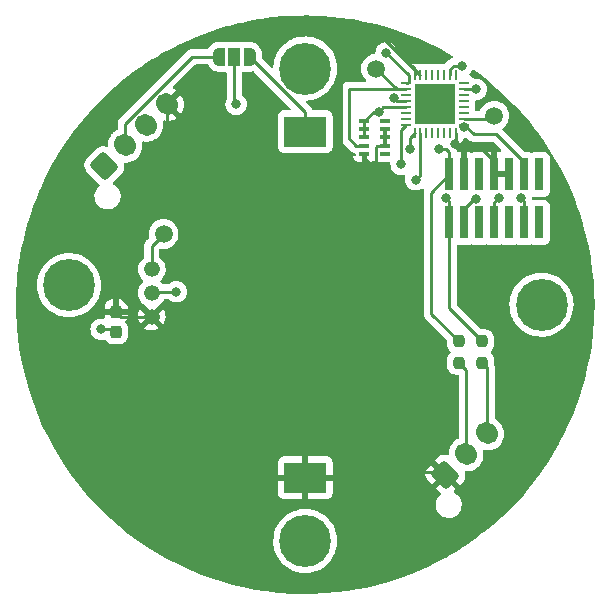
<source format=gbr>
%TF.GenerationSoftware,KiCad,Pcbnew,(6.0.2-0)*%
%TF.CreationDate,2022-04-08T10:44:43-04:00*%
%TF.ProjectId,lab7,6c616237-2e6b-4696-9361-645f70636258,rev?*%
%TF.SameCoordinates,Original*%
%TF.FileFunction,Copper,L1,Top*%
%TF.FilePolarity,Positive*%
%FSLAX46Y46*%
G04 Gerber Fmt 4.6, Leading zero omitted, Abs format (unit mm)*
G04 Created by KiCad (PCBNEW (6.0.2-0)) date 2022-04-08 10:44:43*
%MOMM*%
%LPD*%
G01*
G04 APERTURE LIST*
G04 Aperture macros list*
%AMRoundRect*
0 Rectangle with rounded corners*
0 $1 Rounding radius*
0 $2 $3 $4 $5 $6 $7 $8 $9 X,Y pos of 4 corners*
0 Add a 4 corners polygon primitive as box body*
4,1,4,$2,$3,$4,$5,$6,$7,$8,$9,$2,$3,0*
0 Add four circle primitives for the rounded corners*
1,1,$1+$1,$2,$3*
1,1,$1+$1,$4,$5*
1,1,$1+$1,$6,$7*
1,1,$1+$1,$8,$9*
0 Add four rect primitives between the rounded corners*
20,1,$1+$1,$2,$3,$4,$5,0*
20,1,$1+$1,$4,$5,$6,$7,0*
20,1,$1+$1,$6,$7,$8,$9,0*
20,1,$1+$1,$8,$9,$2,$3,0*%
%AMHorizOval*
0 Thick line with rounded ends*
0 $1 width*
0 $2 $3 position (X,Y) of the first rounded end (center of the circle)*
0 $4 $5 position (X,Y) of the second rounded end (center of the circle)*
0 Add line between two ends*
20,1,$1,$2,$3,$4,$5,0*
0 Add two circle primitives to create the rounded ends*
1,1,$1,$2,$3*
1,1,$1,$4,$5*%
%AMFreePoly0*
4,1,22,0.550000,-0.750000,0.000000,-0.750000,0.000000,-0.745033,-0.079941,-0.743568,-0.215256,-0.701293,-0.333266,-0.622738,-0.424486,-0.514219,-0.481581,-0.384460,-0.499164,-0.250000,-0.500000,-0.250000,-0.500000,0.250000,-0.499164,0.250000,-0.499963,0.256109,-0.478152,0.396186,-0.417904,0.524511,-0.324060,0.630769,-0.204165,0.706417,-0.067858,0.745374,0.000000,0.744959,0.000000,0.750000,
0.550000,0.750000,0.550000,-0.750000,0.550000,-0.750000,$1*%
%AMFreePoly1*
4,1,20,0.000000,0.744959,0.073905,0.744508,0.209726,0.703889,0.328688,0.626782,0.421226,0.519385,0.479903,0.390333,0.500000,0.250000,0.500000,-0.250000,0.499851,-0.262216,0.476331,-0.402017,0.414519,-0.529596,0.319384,-0.634700,0.198574,-0.708877,0.061801,-0.746166,0.000000,-0.745033,0.000000,-0.750000,-0.550000,-0.750000,-0.550000,0.750000,0.000000,0.750000,0.000000,0.744959,
0.000000,0.744959,$1*%
G04 Aperture macros list end*
%TA.AperFunction,ComponentPad*%
%ADD10RoundRect,0.250000X0.088388X-0.936916X0.936916X-0.088388X-0.088388X0.936916X-0.936916X0.088388X0*%
%TD*%
%TA.AperFunction,ComponentPad*%
%ADD11HorizOval,1.700000X-0.088388X0.088388X0.088388X-0.088388X0*%
%TD*%
%TA.AperFunction,ComponentPad*%
%ADD12C,0.700000*%
%TD*%
%TA.AperFunction,ComponentPad*%
%ADD13C,4.400000*%
%TD*%
%TA.AperFunction,SMDPad,CuDef*%
%ADD14C,1.500000*%
%TD*%
%TA.AperFunction,SMDPad,CuDef*%
%ADD15RoundRect,0.237500X0.237500X-0.250000X0.237500X0.250000X-0.237500X0.250000X-0.237500X-0.250000X0*%
%TD*%
%TA.AperFunction,SMDPad,CuDef*%
%ADD16RoundRect,0.237500X0.237500X-0.300000X0.237500X0.300000X-0.237500X0.300000X-0.237500X-0.300000X0*%
%TD*%
%TA.AperFunction,SMDPad,CuDef*%
%ADD17R,0.740000X2.790000*%
%TD*%
%TA.AperFunction,SMDPad,CuDef*%
%ADD18R,0.900000X0.350000*%
%TD*%
%TA.AperFunction,SMDPad,CuDef*%
%ADD19RoundRect,0.062500X-0.375000X-0.062500X0.375000X-0.062500X0.375000X0.062500X-0.375000X0.062500X0*%
%TD*%
%TA.AperFunction,SMDPad,CuDef*%
%ADD20RoundRect,0.062500X-0.062500X-0.375000X0.062500X-0.375000X0.062500X0.375000X-0.062500X0.375000X0*%
%TD*%
%TA.AperFunction,SMDPad,CuDef*%
%ADD21R,3.450000X3.450000*%
%TD*%
%TA.AperFunction,SMDPad,CuDef*%
%ADD22FreePoly0,180.000000*%
%TD*%
%TA.AperFunction,SMDPad,CuDef*%
%ADD23R,1.000000X1.500000*%
%TD*%
%TA.AperFunction,SMDPad,CuDef*%
%ADD24FreePoly1,180.000000*%
%TD*%
%TA.AperFunction,SMDPad,CuDef*%
%ADD25R,3.600000X2.600000*%
%TD*%
%TA.AperFunction,ComponentPad*%
%ADD26C,1.330000*%
%TD*%
%TA.AperFunction,ViaPad*%
%ADD27C,0.800000*%
%TD*%
%TA.AperFunction,Conductor*%
%ADD28C,0.250000*%
%TD*%
G04 APERTURE END LIST*
D10*
%TO.P,J2,1,Pin_1*%
%TO.N,unconnected-(J2-Pad1)*%
X132977119Y-78280420D03*
D11*
%TO.P,J2,2,Pin_2*%
%TO.N,Net-(J2-Pad2)*%
X134744886Y-76512653D03*
%TO.P,J2,3,Pin_3*%
%TO.N,unconnected-(J2-Pad3)*%
X136512653Y-74744886D03*
%TO.P,J2,4,Pin_4*%
%TO.N,GND*%
X138280420Y-72977119D03*
%TD*%
D12*
%TO.P,H4,1*%
%TO.N,N/C*%
X151650000Y-110000000D03*
X151166726Y-111166726D03*
X150000000Y-111650000D03*
X148350000Y-110000000D03*
X148833274Y-108833274D03*
X151166726Y-108833274D03*
X148833274Y-111166726D03*
X150000000Y-108350000D03*
D13*
X150000000Y-110000000D03*
%TD*%
D10*
%TO.P,J1,1,Pin_1*%
%TO.N,GND*%
X161861002Y-104396536D03*
D11*
%TO.P,J1,2,Pin_2*%
%TO.N,Net-(J1-Pad2)*%
X163628769Y-102628769D03*
%TO.P,J1,3,Pin_3*%
%TO.N,Net-(J1-Pad3)*%
X165396536Y-100861002D03*
%TD*%
D14*
%TO.P,TP2,1,1*%
%TO.N,/oscillator*%
X156000000Y-70000000D03*
%TD*%
D15*
%TO.P,R2,1*%
%TO.N,Net-(J1-Pad2)*%
X163000000Y-94912500D03*
%TO.P,R2,2*%
%TO.N,/RX*%
X163000000Y-93087500D03*
%TD*%
%TO.P,R1,1*%
%TO.N,Net-(J1-Pad3)*%
X165000000Y-94912500D03*
%TO.P,R1,2*%
%TO.N,/TX*%
X165000000Y-93087500D03*
%TD*%
D13*
%TO.P,H3,1*%
%TO.N,N/C*%
X130000000Y-88350000D03*
D12*
X130000000Y-90000000D03*
X130000000Y-86700000D03*
X131166726Y-87183274D03*
X128833274Y-89516726D03*
X128350000Y-88350000D03*
X128833274Y-87183274D03*
X131650000Y-88350000D03*
X131166726Y-89516726D03*
%TD*%
D16*
%TO.P,C1,1*%
%TO.N,VDD*%
X133985000Y-92302500D03*
%TO.P,C1,2*%
%TO.N,GND*%
X133985000Y-90577500D03*
%TD*%
D14*
%TO.P,TP1,1,1*%
%TO.N,Net-(IC1-Pad3)*%
X138000000Y-84000000D03*
%TD*%
D17*
%TO.P,U1,1,Reserved*%
%TO.N,unconnected-(U1-Pad1)*%
X169810000Y-78968000D03*
%TO.P,U1,2,Reserved*%
%TO.N,unconnected-(U1-Pad2)*%
X169810000Y-83032000D03*
%TO.P,U1,3,T_VCC*%
%TO.N,VDD*%
X168540000Y-78968000D03*
%TO.P,U1,4,SWDIO*%
%TO.N,/SWDIO*%
X168540000Y-83032000D03*
%TO.P,U1,5,GND*%
%TO.N,GND*%
X167270000Y-78968000D03*
%TO.P,U1,6,SWCLK*%
%TO.N,/SWDCLK*%
X167270000Y-83032000D03*
%TO.P,U1,7,GND*%
%TO.N,GND*%
X166000000Y-78968000D03*
%TO.P,U1,8,SWO*%
%TO.N,/SWO*%
X166000000Y-83032000D03*
%TO.P,U1,9,JRCLK*%
%TO.N,unconnected-(U1-Pad9)*%
X164730000Y-78968000D03*
%TO.P,U1,10,JTDI*%
%TO.N,unconnected-(U1-Pad10)*%
X164730000Y-83032000D03*
%TO.P,U1,11,GNDDetect*%
%TO.N,GND*%
X163460000Y-78968000D03*
%TO.P,U1,12,NRST*%
%TO.N,/NRST*%
X163460000Y-83032000D03*
%TO.P,U1,13,VCP_RX*%
%TO.N,/RX*%
X162190000Y-78968000D03*
%TO.P,U1,14,VCP_TX*%
%TO.N,/TX*%
X162190000Y-83032000D03*
%TD*%
D12*
%TO.P,H1,1*%
%TO.N,N/C*%
X171166726Y-88833274D03*
X171650000Y-90000000D03*
X168350000Y-90000000D03*
D13*
X170000000Y-90000000D03*
D12*
X170000000Y-91650000D03*
X170000000Y-88350000D03*
X171166726Y-91166726D03*
X168833274Y-88833274D03*
X168833274Y-91166726D03*
%TD*%
D18*
%TO.P,U2,1,OE*%
%TO.N,VDD*%
X155012500Y-74437500D03*
%TO.P,U2,2,VCC*%
X155012500Y-75137500D03*
%TO.P,U2,3,VCC*%
X155012500Y-75837500D03*
%TO.P,U2,4,OUT*%
%TO.N,/oscillator*%
X155012500Y-76537500D03*
%TO.P,U2,5,GND*%
%TO.N,GND*%
X155012500Y-77237500D03*
%TO.P,U2,6,NC*%
%TO.N,unconnected-(U2-Pad6)*%
X156752500Y-77237500D03*
%TO.P,U2,7,GND*%
%TO.N,GND*%
X156752500Y-76537500D03*
%TO.P,U2,8,GND*%
X156752500Y-75837500D03*
%TO.P,U2,9,GND*%
X156752500Y-75137500D03*
%TO.P,U2,10,NC*%
%TO.N,unconnected-(U2-Pad10)*%
X156752500Y-74437500D03*
%TD*%
D13*
%TO.P,H2,1*%
%TO.N,N/C*%
X150000000Y-70000000D03*
D12*
X150000000Y-71650000D03*
X148350000Y-70000000D03*
X148833274Y-71166726D03*
X151166726Y-71166726D03*
X150000000Y-68350000D03*
X148833274Y-68833274D03*
X151650000Y-70000000D03*
X151166726Y-68833274D03*
%TD*%
D19*
%TO.P,U3,1,VDD*%
%TO.N,VDD*%
X158562500Y-71250000D03*
%TO.P,U3,2,PC14*%
%TO.N,/oscillator*%
X158562500Y-71750000D03*
%TO.P,U3,3,PC15*%
%TO.N,unconnected-(U3-Pad3)*%
X158562500Y-72250000D03*
%TO.P,U3,4,NRST*%
%TO.N,/NRST*%
X158562500Y-72750000D03*
%TO.P,U3,5,VDDA*%
%TO.N,VDD*%
X158562500Y-73250000D03*
%TO.P,U3,6,PA0*%
%TO.N,/tsl237_frequency*%
X158562500Y-73750000D03*
%TO.P,U3,7,PA1*%
%TO.N,unconnected-(U3-Pad7)*%
X158562500Y-74250000D03*
%TO.P,U3,8,PA2*%
%TO.N,/TX*%
X158562500Y-74750000D03*
D20*
%TO.P,U3,9,PA3*%
%TO.N,/RX*%
X159250000Y-75437500D03*
%TO.P,U3,10,PA4*%
%TO.N,/sensor_pwr*%
X159750000Y-75437500D03*
%TO.P,U3,11,PA5*%
%TO.N,unconnected-(U3-Pad11)*%
X160250000Y-75437500D03*
%TO.P,U3,12,PA6*%
%TO.N,unconnected-(U3-Pad12)*%
X160750000Y-75437500D03*
%TO.P,U3,13,PA7*%
%TO.N,unconnected-(U3-Pad13)*%
X161250000Y-75437500D03*
%TO.P,U3,14,PB0*%
%TO.N,unconnected-(U3-Pad14)*%
X161750000Y-75437500D03*
%TO.P,U3,15,PB1*%
%TO.N,unconnected-(U3-Pad15)*%
X162250000Y-75437500D03*
%TO.P,U3,16,VSS*%
%TO.N,GND*%
X162750000Y-75437500D03*
D19*
%TO.P,U3,17,VDD*%
%TO.N,VDD*%
X163437500Y-74750000D03*
%TO.P,U3,18,PA8*%
%TO.N,/CLKOUT*%
X163437500Y-74250000D03*
%TO.P,U3,19,PA9*%
%TO.N,unconnected-(U3-Pad19)*%
X163437500Y-73750000D03*
%TO.P,U3,20,PA10*%
%TO.N,unconnected-(U3-Pad20)*%
X163437500Y-73250000D03*
%TO.P,U3,21,PA11*%
%TO.N,unconnected-(U3-Pad21)*%
X163437500Y-72750000D03*
%TO.P,U3,22,PA12*%
%TO.N,unconnected-(U3-Pad22)*%
X163437500Y-72250000D03*
%TO.P,U3,23,PA13*%
%TO.N,/SWDIO*%
X163437500Y-71750000D03*
%TO.P,U3,24,PA14*%
%TO.N,/SDWCLK*%
X163437500Y-71250000D03*
D20*
%TO.P,U3,25,PA15*%
%TO.N,unconnected-(U3-Pad25)*%
X162750000Y-70562500D03*
%TO.P,U3,26,PB3*%
%TO.N,/SWO*%
X162250000Y-70562500D03*
%TO.P,U3,27,PB4*%
%TO.N,unconnected-(U3-Pad27)*%
X161750000Y-70562500D03*
%TO.P,U3,28,PB5*%
%TO.N,unconnected-(U3-Pad28)*%
X161250000Y-70562500D03*
%TO.P,U3,29,PB6*%
%TO.N,unconnected-(U3-Pad29)*%
X160750000Y-70562500D03*
%TO.P,U3,30,PB7*%
%TO.N,unconnected-(U3-Pad30)*%
X160250000Y-70562500D03*
%TO.P,U3,31,PH3*%
%TO.N,GND*%
X159750000Y-70562500D03*
%TO.P,U3,32,VSS*%
X159250000Y-70562500D03*
D21*
%TO.P,U3,33,VSS*%
X161000000Y-73000000D03*
%TD*%
D14*
%TO.P,TP3,1,1*%
%TO.N,/CLKOUT*%
X166000000Y-74000000D03*
%TD*%
D22*
%TO.P,JP1,1,A*%
%TO.N,Net-(BT1-Pad1)*%
X145300000Y-69000000D03*
D23*
%TO.P,JP1,2,C*%
%TO.N,VDD*%
X144000000Y-69000000D03*
D24*
%TO.P,JP1,3,B*%
%TO.N,Net-(J2-Pad2)*%
X142700000Y-69000000D03*
%TD*%
D25*
%TO.P,BT1,1,+*%
%TO.N,Net-(BT1-Pad1)*%
X150000000Y-75350000D03*
%TO.P,BT1,2,-*%
%TO.N,GND*%
X150000000Y-104650000D03*
%TD*%
D26*
%TO.P,IC1,1,GND*%
%TO.N,GND*%
X137000000Y-91000000D03*
%TO.P,IC1,2,VDD*%
%TO.N,/sensor_pwr*%
X137000000Y-89000000D03*
%TO.P,IC1,3,OUT*%
%TO.N,Net-(IC1-Pad3)*%
X137000000Y-87000000D03*
%TD*%
D27*
%TO.N,VDD*%
X132715000Y-92075000D03*
X156845000Y-68669500D03*
X163469176Y-74978703D03*
X156210000Y-73660000D03*
X144145000Y-73025000D03*
%TO.N,/SWDIO*%
X168275000Y-80962502D03*
X164465000Y-71755000D03*
%TO.N,GND*%
X157480000Y-79375000D03*
X156210000Y-78740000D03*
X134074500Y-88265000D03*
X162668843Y-76370411D03*
X139259799Y-78934799D03*
X153035000Y-80010000D03*
X153035000Y-67310000D03*
X160020000Y-74295000D03*
%TO.N,/SWO*%
X163308893Y-69749506D03*
X166370000Y-80962502D03*
%TO.N,/NRST*%
X157480000Y-72474500D03*
X164465000Y-81037498D03*
%TO.N,/RX*%
X161290000Y-76835000D03*
X158839500Y-76835000D03*
%TO.N,/TX*%
X161925000Y-80962502D03*
X158115000Y-78105000D03*
%TO.N,/sensor_pwr*%
X139065000Y-88900000D03*
X159348950Y-79411050D03*
%TD*%
D28*
%TO.N,VDD*%
X163437500Y-74947027D02*
X163469176Y-74978703D01*
X158750000Y-71120000D02*
X158750000Y-70574500D01*
X155012500Y-75837500D02*
X155012500Y-75137500D01*
X144000000Y-69000000D02*
X144000000Y-72880000D01*
X156210000Y-73660000D02*
X155790000Y-73660000D01*
X155012500Y-75137500D02*
X155012500Y-74437500D01*
X168540000Y-78968000D02*
X168540000Y-77943000D01*
X158620000Y-71250000D02*
X158750000Y-71120000D01*
X158750000Y-70574500D02*
X156845000Y-68669500D01*
X132715000Y-92075000D02*
X133757500Y-92075000D01*
X164252500Y-75565000D02*
X163437500Y-74750000D01*
X163437500Y-74750000D02*
X163437500Y-74947027D01*
X133757500Y-92075000D02*
X133985000Y-92302500D01*
X156620000Y-73250000D02*
X156210000Y-73660000D01*
X158562500Y-71250000D02*
X158620000Y-71250000D01*
X158562500Y-73250000D02*
X156620000Y-73250000D01*
X155790000Y-73660000D02*
X155012500Y-74437500D01*
X168540000Y-77943000D02*
X166162000Y-75565000D01*
X144000000Y-72880000D02*
X144145000Y-73025000D01*
X166162000Y-75565000D02*
X164252500Y-75565000D01*
%TO.N,/SWDIO*%
X168540000Y-81227502D02*
X168275000Y-80962502D01*
X163442500Y-71755000D02*
X163437500Y-71750000D01*
X168540000Y-83032000D02*
X168540000Y-81227502D01*
X164465000Y-71755000D02*
X163442500Y-71755000D01*
%TO.N,GND*%
X134074500Y-88989500D02*
X134074500Y-88265000D01*
X159250000Y-70049886D02*
X156510114Y-67310000D01*
X134074500Y-88265000D02*
X134074500Y-90488000D01*
X153035000Y-80010000D02*
X153035000Y-104140000D01*
X136170000Y-90170000D02*
X135255000Y-90170000D01*
X139259799Y-78934799D02*
X139454598Y-78740000D01*
X162750000Y-75437500D02*
X162750000Y-76289254D01*
X153035000Y-69215000D02*
X153035000Y-80010000D01*
X153035000Y-76835000D02*
X153035000Y-67310000D01*
X166000000Y-78968000D02*
X166000000Y-77823978D01*
X138280420Y-77955420D02*
X139259799Y-78934799D01*
X166000000Y-77823978D02*
X164546433Y-76370411D01*
X162750000Y-76289254D02*
X162668843Y-76370411D01*
X137000000Y-91000000D02*
X134407500Y-91000000D01*
X156510114Y-67310000D02*
X153035000Y-67310000D01*
X161000000Y-73315000D02*
X160020000Y-74295000D01*
X138280420Y-72977119D02*
X138280420Y-77955420D01*
X161604466Y-104140000D02*
X161861002Y-104396536D01*
X152525000Y-104650000D02*
X150000000Y-104650000D01*
X156752500Y-75837500D02*
X156752500Y-76537500D01*
X164546433Y-76370411D02*
X162668843Y-76370411D01*
X155977989Y-78507989D02*
X156210000Y-78740000D01*
X161000000Y-73000000D02*
X161000000Y-73315000D01*
X153035000Y-104140000D02*
X152525000Y-104650000D01*
X159750000Y-70549886D02*
X156510114Y-67310000D01*
X155977989Y-76612011D02*
X155977989Y-78507989D01*
X155575000Y-79375000D02*
X153670000Y-77470000D01*
X155012500Y-77542500D02*
X156210000Y-78740000D01*
X137000000Y-91000000D02*
X136170000Y-90170000D01*
X159750000Y-70562500D02*
X159750000Y-70549886D01*
X134407500Y-91000000D02*
X133985000Y-90577500D01*
X159250000Y-70562500D02*
X159250000Y-70049886D01*
X156052500Y-76537500D02*
X155977989Y-76612011D01*
X139454598Y-78740000D02*
X156210000Y-78740000D01*
X135255000Y-90170000D02*
X134074500Y-88989500D01*
X162668843Y-76370411D02*
X163460000Y-77161568D01*
X134074500Y-90488000D02*
X133985000Y-90577500D01*
X153035000Y-104140000D02*
X161604466Y-104140000D01*
X157480000Y-79375000D02*
X155575000Y-79375000D01*
X163460000Y-77161568D02*
X163460000Y-78968000D01*
X153670000Y-77470000D02*
X153035000Y-76835000D01*
X156752500Y-75137500D02*
X156752500Y-75837500D01*
X156752500Y-76537500D02*
X156052500Y-76537500D01*
X155012500Y-77237500D02*
X155012500Y-77542500D01*
%TO.N,/SWO*%
X162250000Y-70077672D02*
X162250000Y-70562500D01*
X166000000Y-81332502D02*
X166370000Y-80962502D01*
X163308893Y-69749506D02*
X162578166Y-69749506D01*
X162578166Y-69749506D02*
X162250000Y-70077672D01*
X166000000Y-83032000D02*
X166000000Y-81332502D01*
%TO.N,/NRST*%
X163460000Y-81887978D02*
X163460000Y-83032000D01*
X157480000Y-72474500D02*
X157755500Y-72750000D01*
X164465000Y-81037498D02*
X164310480Y-81037498D01*
X164310480Y-81037498D02*
X163460000Y-81887978D01*
X157755500Y-72750000D02*
X158562500Y-72750000D01*
%TO.N,/RX*%
X158839500Y-75848000D02*
X159250000Y-75437500D01*
X162190000Y-78968000D02*
X162190000Y-77100000D01*
X162190000Y-77100000D02*
X161925000Y-76835000D01*
X160655000Y-90742500D02*
X163000000Y-93087500D01*
X162190000Y-78968000D02*
X160655000Y-80503000D01*
X161925000Y-76835000D02*
X161290000Y-76835000D01*
X160655000Y-80503000D02*
X160655000Y-90742500D01*
X158839500Y-76835000D02*
X158839500Y-75848000D01*
%TO.N,/TX*%
X162190000Y-81227502D02*
X161925000Y-80962502D01*
X162190000Y-83032000D02*
X162190000Y-90277500D01*
X158115000Y-78105000D02*
X158115000Y-75197500D01*
X162190000Y-83032000D02*
X162190000Y-81227502D01*
X158115000Y-75197500D02*
X158562500Y-74750000D01*
X162190000Y-90277500D02*
X165000000Y-93087500D01*
%TO.N,/sensor_pwr*%
X159750000Y-75437500D02*
X159750000Y-79010000D01*
X139065000Y-88900000D02*
X137100000Y-88900000D01*
X159750000Y-79010000D02*
X159348950Y-79411050D01*
X137100000Y-88900000D02*
X137000000Y-89000000D01*
%TO.N,Net-(IC1-Pad3)*%
X137000000Y-85000000D02*
X138000000Y-84000000D01*
X137000000Y-87000000D02*
X137000000Y-85000000D01*
%TO.N,/oscillator*%
X153675000Y-71750000D02*
X158562500Y-71750000D01*
X154312500Y-76537500D02*
X153670000Y-75895000D01*
X157750000Y-71750000D02*
X156000000Y-70000000D01*
X153670000Y-75895000D02*
X153670000Y-71755000D01*
X158562500Y-71750000D02*
X157750000Y-71750000D01*
X153670000Y-71755000D02*
X153675000Y-71750000D01*
X155012500Y-76537500D02*
X154312500Y-76537500D01*
%TO.N,/CLKOUT*%
X165750000Y-74250000D02*
X166000000Y-74000000D01*
X163437500Y-74250000D02*
X165750000Y-74250000D01*
%TO.N,Net-(J1-Pad3)*%
X165396536Y-95309036D02*
X165396536Y-100861002D01*
X165000000Y-94912500D02*
X165396536Y-95309036D01*
%TO.N,Net-(J1-Pad2)*%
X163000000Y-94912500D02*
X163628769Y-95541269D01*
X163628769Y-95541269D02*
X163628769Y-102628769D01*
%TO.N,Net-(BT1-Pad1)*%
X150000000Y-73700000D02*
X150000000Y-75350000D01*
X145300000Y-69000000D02*
X150000000Y-73700000D01*
%TO.N,Net-(J2-Pad2)*%
X142700000Y-69000000D02*
X140419741Y-69000000D01*
X134744886Y-74674855D02*
X134744886Y-76512653D01*
X140419741Y-69000000D02*
X134744886Y-74674855D01*
%TD*%
%TA.AperFunction,Conductor*%
%TO.N,GND*%
G36*
X150130755Y-65508400D02*
G01*
X150600664Y-65520294D01*
X151108532Y-65533150D01*
X151113551Y-65533378D01*
X151549989Y-65561984D01*
X152089507Y-65597346D01*
X152094546Y-65597778D01*
X153067149Y-65700861D01*
X153072167Y-65701495D01*
X153600170Y-65778993D01*
X154039840Y-65843525D01*
X154044801Y-65844355D01*
X154408284Y-65912707D01*
X155006047Y-66025116D01*
X155010998Y-66026151D01*
X155964153Y-66245328D01*
X155969058Y-66246560D01*
X156912666Y-66503817D01*
X156917518Y-66505245D01*
X157850034Y-66800161D01*
X157854824Y-66801782D01*
X158523719Y-67043258D01*
X158774777Y-67133892D01*
X158779499Y-67135705D01*
X159685348Y-67504454D01*
X159689993Y-67506454D01*
X160580356Y-67911278D01*
X160584917Y-67913464D01*
X160993593Y-68119453D01*
X161458276Y-68353673D01*
X161462722Y-68356025D01*
X162027082Y-68669500D01*
X162317754Y-68830954D01*
X162322125Y-68833498D01*
X162440683Y-68905724D01*
X162488452Y-68958247D01*
X162500242Y-69028258D01*
X162472310Y-69093529D01*
X162418852Y-69129729D01*
X162419368Y-69131032D01*
X162378258Y-69147308D01*
X162367031Y-69151152D01*
X162324573Y-69163488D01*
X162317747Y-69167525D01*
X162307138Y-69173799D01*
X162289390Y-69182494D01*
X162270549Y-69189954D01*
X162264133Y-69194616D01*
X162264132Y-69194616D01*
X162234779Y-69215942D01*
X162224858Y-69222458D01*
X162186804Y-69244964D01*
X162181197Y-69250570D01*
X162172481Y-69259286D01*
X162157448Y-69272126D01*
X162141059Y-69284034D01*
X162136007Y-69290141D01*
X162112878Y-69318099D01*
X162104888Y-69326880D01*
X161857741Y-69574026D01*
X161849460Y-69581561D01*
X161842982Y-69585672D01*
X161840481Y-69588335D01*
X161776990Y-69615595D01*
X161761914Y-69616500D01*
X161662095Y-69616501D01*
X161650076Y-69616501D01*
X161645991Y-69617039D01*
X161645987Y-69617039D01*
X161579656Y-69625771D01*
X161538439Y-69631197D01*
X161531974Y-69633875D01*
X161468026Y-69633875D01*
X161461561Y-69631197D01*
X161367992Y-69618879D01*
X161354012Y-69617038D01*
X161354011Y-69617038D01*
X161349925Y-69616500D01*
X161250013Y-69616500D01*
X161150076Y-69616501D01*
X161145991Y-69617039D01*
X161145987Y-69617039D01*
X161079656Y-69625771D01*
X161038439Y-69631197D01*
X161031974Y-69633875D01*
X160968026Y-69633875D01*
X160961561Y-69631197D01*
X160867992Y-69618879D01*
X160854012Y-69617038D01*
X160854011Y-69617038D01*
X160849925Y-69616500D01*
X160750013Y-69616500D01*
X160650076Y-69616501D01*
X160645991Y-69617039D01*
X160645987Y-69617039D01*
X160579656Y-69625771D01*
X160538439Y-69631197D01*
X160531974Y-69633875D01*
X160468026Y-69633875D01*
X160461561Y-69631197D01*
X160367992Y-69618879D01*
X160354012Y-69617038D01*
X160354011Y-69617038D01*
X160349925Y-69616500D01*
X160250013Y-69616500D01*
X160150076Y-69616501D01*
X160145991Y-69617039D01*
X160145987Y-69617039D01*
X160105248Y-69622402D01*
X160038439Y-69631197D01*
X160031344Y-69634136D01*
X159966418Y-69634136D01*
X159953244Y-69630606D01*
X159853981Y-69617538D01*
X159845772Y-69617000D01*
X159654228Y-69617000D01*
X159646019Y-69617538D01*
X159546761Y-69630606D01*
X159532611Y-69634397D01*
X159467389Y-69634397D01*
X159453239Y-69630606D01*
X159353981Y-69617538D01*
X159345772Y-69617000D01*
X159154228Y-69617000D01*
X159146019Y-69617538D01*
X159046758Y-69630606D01*
X159030940Y-69634844D01*
X158907414Y-69686010D01*
X158896049Y-69692572D01*
X158827054Y-69709311D01*
X158759962Y-69686092D01*
X158743960Y-69672556D01*
X157792120Y-68720715D01*
X157758096Y-68658405D01*
X157755907Y-68644792D01*
X157755411Y-68640067D01*
X157747900Y-68568605D01*
X157739232Y-68486135D01*
X157739232Y-68486133D01*
X157738542Y-68479572D01*
X157679527Y-68297944D01*
X157669320Y-68280264D01*
X157615656Y-68187317D01*
X157584040Y-68132556D01*
X157500666Y-68039959D01*
X157460675Y-67995545D01*
X157460674Y-67995544D01*
X157456253Y-67990634D01*
X157301752Y-67878382D01*
X157295724Y-67875698D01*
X157295722Y-67875697D01*
X157133319Y-67803391D01*
X157133318Y-67803391D01*
X157127288Y-67800706D01*
X157033887Y-67780853D01*
X156946944Y-67762372D01*
X156946939Y-67762372D01*
X156940487Y-67761000D01*
X156749513Y-67761000D01*
X156743061Y-67762372D01*
X156743056Y-67762372D01*
X156656113Y-67780853D01*
X156562712Y-67800706D01*
X156556682Y-67803391D01*
X156556681Y-67803391D01*
X156394278Y-67875697D01*
X156394276Y-67875698D01*
X156388248Y-67878382D01*
X156233747Y-67990634D01*
X156229326Y-67995544D01*
X156229325Y-67995545D01*
X156189335Y-68039959D01*
X156105960Y-68132556D01*
X156074344Y-68187317D01*
X156020681Y-68280264D01*
X156010473Y-68297944D01*
X155951458Y-68479572D01*
X155950768Y-68486133D01*
X155950768Y-68486135D01*
X155946172Y-68529869D01*
X155934589Y-68640069D01*
X155907577Y-68705724D01*
X155849356Y-68746354D01*
X155820262Y-68752418D01*
X155780629Y-68755885D01*
X155567924Y-68812880D01*
X155474562Y-68856415D01*
X155373334Y-68903618D01*
X155373329Y-68903621D01*
X155368347Y-68905944D01*
X155363840Y-68909100D01*
X155363838Y-68909101D01*
X155192473Y-69029092D01*
X155192470Y-69029094D01*
X155187962Y-69032251D01*
X155032251Y-69187962D01*
X155029094Y-69192470D01*
X155029092Y-69192473D01*
X154933560Y-69328907D01*
X154905944Y-69368347D01*
X154903621Y-69373329D01*
X154903618Y-69373334D01*
X154856415Y-69474562D01*
X154812880Y-69567924D01*
X154755885Y-69780629D01*
X154736693Y-70000000D01*
X154755885Y-70219371D01*
X154812880Y-70432076D01*
X154853766Y-70519757D01*
X154903618Y-70626666D01*
X154903621Y-70626671D01*
X154905944Y-70631653D01*
X154909100Y-70636160D01*
X154909101Y-70636162D01*
X155024881Y-70801512D01*
X155032251Y-70812038D01*
X155121618Y-70901405D01*
X155155644Y-70963717D01*
X155150579Y-71034532D01*
X155108032Y-71091368D01*
X155041512Y-71116179D01*
X155032523Y-71116500D01*
X153753767Y-71116500D01*
X153742584Y-71115973D01*
X153735091Y-71114298D01*
X153727165Y-71114547D01*
X153727164Y-71114547D01*
X153667014Y-71116438D01*
X153663055Y-71116500D01*
X153635144Y-71116500D01*
X153631210Y-71116997D01*
X153631209Y-71116997D01*
X153631144Y-71117005D01*
X153619307Y-71117938D01*
X153587049Y-71118952D01*
X153583030Y-71119078D01*
X153575111Y-71119327D01*
X153555657Y-71124979D01*
X153536300Y-71128987D01*
X153524070Y-71130532D01*
X153524069Y-71130532D01*
X153516203Y-71131526D01*
X153508832Y-71134445D01*
X153508830Y-71134445D01*
X153475088Y-71147804D01*
X153463858Y-71151649D01*
X153432144Y-71160863D01*
X153421407Y-71163982D01*
X153414581Y-71168019D01*
X153403970Y-71174294D01*
X153386223Y-71182988D01*
X153367383Y-71190448D01*
X153360972Y-71195106D01*
X153331613Y-71216436D01*
X153321693Y-71222952D01*
X153290465Y-71241420D01*
X153290462Y-71241422D01*
X153283638Y-71245458D01*
X153277751Y-71251345D01*
X153269466Y-71258885D01*
X153262982Y-71263000D01*
X153257552Y-71268783D01*
X153251447Y-71273833D01*
X153251270Y-71273619D01*
X153246225Y-71278067D01*
X153244308Y-71279868D01*
X153237893Y-71284528D01*
X153232840Y-71290636D01*
X153209711Y-71318594D01*
X153201722Y-71327373D01*
X153193865Y-71335230D01*
X153191385Y-71338427D01*
X153183682Y-71347447D01*
X153153414Y-71379679D01*
X153149593Y-71386630D01*
X153149592Y-71386631D01*
X153145530Y-71394019D01*
X153141506Y-71400825D01*
X153140921Y-71401747D01*
X153135867Y-71407856D01*
X153133698Y-71412466D01*
X153131222Y-71415990D01*
X153120386Y-71429959D01*
X153117236Y-71437237D01*
X153117236Y-71437238D01*
X153102826Y-71470537D01*
X153097609Y-71481187D01*
X153076305Y-71519940D01*
X153074334Y-71527615D01*
X153074334Y-71527616D01*
X153071267Y-71539562D01*
X153064863Y-71558266D01*
X153056819Y-71576855D01*
X153055580Y-71584678D01*
X153055577Y-71584688D01*
X153049901Y-71620524D01*
X153047495Y-71632144D01*
X153042891Y-71650076D01*
X153036500Y-71674970D01*
X153036500Y-71695224D01*
X153034949Y-71714934D01*
X153031780Y-71734943D01*
X153032526Y-71742835D01*
X153035941Y-71778961D01*
X153036500Y-71790819D01*
X153036500Y-75816233D01*
X153035973Y-75827416D01*
X153034298Y-75834909D01*
X153034547Y-75842835D01*
X153034547Y-75842836D01*
X153036438Y-75902986D01*
X153036500Y-75906945D01*
X153036500Y-75934856D01*
X153036997Y-75938790D01*
X153036997Y-75938791D01*
X153037005Y-75938856D01*
X153037938Y-75950693D01*
X153039327Y-75994889D01*
X153044978Y-76014339D01*
X153048987Y-76033700D01*
X153050233Y-76043559D01*
X153051526Y-76053797D01*
X153054445Y-76061168D01*
X153054445Y-76061170D01*
X153067804Y-76094912D01*
X153071649Y-76106142D01*
X153078655Y-76130257D01*
X153083982Y-76148593D01*
X153088015Y-76155412D01*
X153088017Y-76155417D01*
X153094293Y-76166028D01*
X153102988Y-76183776D01*
X153110448Y-76202617D01*
X153115110Y-76209033D01*
X153115110Y-76209034D01*
X153136436Y-76238387D01*
X153142952Y-76248307D01*
X153146547Y-76254385D01*
X153165458Y-76286362D01*
X153179779Y-76300683D01*
X153192619Y-76315716D01*
X153204528Y-76332107D01*
X153235697Y-76357892D01*
X153238605Y-76360298D01*
X153247384Y-76368288D01*
X153808843Y-76929747D01*
X153816387Y-76938037D01*
X153820500Y-76944518D01*
X153826277Y-76949943D01*
X153870167Y-76991158D01*
X153873009Y-76993913D01*
X153892730Y-77013634D01*
X153895925Y-77016112D01*
X153904947Y-77023818D01*
X153937179Y-77054086D01*
X153944128Y-77057906D01*
X153954932Y-77063846D01*
X153971456Y-77074699D01*
X153987459Y-77087113D01*
X154028043Y-77104676D01*
X154038673Y-77109883D01*
X154077440Y-77131195D01*
X154085117Y-77133166D01*
X154085122Y-77133168D01*
X154097058Y-77136232D01*
X154115766Y-77142637D01*
X154134355Y-77150681D01*
X154142183Y-77151921D01*
X154142190Y-77151923D01*
X154178024Y-77157599D01*
X154189643Y-77160005D01*
X154206988Y-77164458D01*
X154267995Y-77200771D01*
X154299685Y-77264302D01*
X154291997Y-77334882D01*
X154247371Y-77390100D01*
X154175656Y-77412500D01*
X154072616Y-77412500D01*
X154057377Y-77416975D01*
X154056172Y-77418365D01*
X154054501Y-77426048D01*
X154054501Y-77457169D01*
X154054871Y-77463990D01*
X154060395Y-77514852D01*
X154064021Y-77530104D01*
X154109176Y-77650554D01*
X154117714Y-77666149D01*
X154194215Y-77768224D01*
X154206776Y-77780785D01*
X154308851Y-77857286D01*
X154324446Y-77865824D01*
X154444894Y-77910978D01*
X154460149Y-77914605D01*
X154511014Y-77920131D01*
X154517828Y-77920500D01*
X154819385Y-77920500D01*
X154834624Y-77916025D01*
X154835829Y-77914635D01*
X154837500Y-77906952D01*
X154837500Y-77430614D01*
X154823372Y-77382497D01*
X154823372Y-77311501D01*
X154861756Y-77251775D01*
X154926337Y-77222282D01*
X154944268Y-77221000D01*
X155061500Y-77221000D01*
X155129621Y-77241002D01*
X155176114Y-77294658D01*
X155187500Y-77347000D01*
X155187500Y-77902384D01*
X155191975Y-77917623D01*
X155193365Y-77918828D01*
X155201048Y-77920499D01*
X155507169Y-77920499D01*
X155513990Y-77920129D01*
X155564852Y-77914605D01*
X155580104Y-77910979D01*
X155700554Y-77865824D01*
X155716149Y-77857286D01*
X155806518Y-77789558D01*
X155873025Y-77764710D01*
X155942407Y-77779763D01*
X155957648Y-77789558D01*
X156055795Y-77863115D01*
X156192184Y-77914245D01*
X156254366Y-77921000D01*
X157080898Y-77921000D01*
X157149019Y-77941002D01*
X157195512Y-77994658D01*
X157206208Y-78060170D01*
X157201496Y-78105000D01*
X157202186Y-78111565D01*
X157220628Y-78287028D01*
X157221458Y-78294928D01*
X157280473Y-78476556D01*
X157375960Y-78641944D01*
X157380378Y-78646851D01*
X157380379Y-78646852D01*
X157438250Y-78711124D01*
X157503747Y-78783866D01*
X157547801Y-78815873D01*
X157624797Y-78871814D01*
X157658248Y-78896118D01*
X157664276Y-78898802D01*
X157664278Y-78898803D01*
X157780608Y-78950596D01*
X157832712Y-78973794D01*
X157897203Y-78987502D01*
X158013056Y-79012128D01*
X158013061Y-79012128D01*
X158019513Y-79013500D01*
X158210487Y-79013500D01*
X158216940Y-79012128D01*
X158216953Y-79012127D01*
X158332574Y-78987550D01*
X158403364Y-78992951D01*
X158459997Y-79035768D01*
X158484491Y-79102405D01*
X158478604Y-79149732D01*
X158455408Y-79221122D01*
X158454718Y-79227683D01*
X158454718Y-79227685D01*
X158440929Y-79358878D01*
X158435446Y-79411050D01*
X158455408Y-79600978D01*
X158514423Y-79782606D01*
X158609910Y-79947994D01*
X158614328Y-79952901D01*
X158614329Y-79952902D01*
X158674391Y-80019608D01*
X158737697Y-80089916D01*
X158743664Y-80094251D01*
X158867959Y-80184557D01*
X158892198Y-80202168D01*
X158898226Y-80204852D01*
X158898228Y-80204853D01*
X159060631Y-80277159D01*
X159066662Y-80279844D01*
X159148155Y-80297166D01*
X159247006Y-80318178D01*
X159247011Y-80318178D01*
X159253463Y-80319550D01*
X159444437Y-80319550D01*
X159450889Y-80318178D01*
X159450894Y-80318178D01*
X159549745Y-80297166D01*
X159631238Y-80279844D01*
X159637269Y-80277159D01*
X159799672Y-80204853D01*
X159799674Y-80204852D01*
X159805702Y-80202168D01*
X159854921Y-80166408D01*
X159921788Y-80142550D01*
X159990940Y-80158630D01*
X160040420Y-80209543D01*
X160054520Y-80279126D01*
X160046772Y-80309853D01*
X160047178Y-80309971D01*
X160044967Y-80317581D01*
X160041819Y-80324855D01*
X160040580Y-80332678D01*
X160040577Y-80332688D01*
X160034901Y-80368524D01*
X160032495Y-80380144D01*
X160021500Y-80422970D01*
X160021500Y-80443224D01*
X160019949Y-80462934D01*
X160016780Y-80482943D01*
X160017526Y-80490835D01*
X160020941Y-80526961D01*
X160021500Y-80538819D01*
X160021500Y-90663733D01*
X160020973Y-90674916D01*
X160019298Y-90682409D01*
X160019547Y-90690335D01*
X160019547Y-90690336D01*
X160021438Y-90750486D01*
X160021500Y-90754445D01*
X160021500Y-90782356D01*
X160021997Y-90786290D01*
X160021997Y-90786291D01*
X160022005Y-90786356D01*
X160022938Y-90798193D01*
X160024327Y-90842389D01*
X160029978Y-90861839D01*
X160033987Y-90881200D01*
X160036526Y-90901297D01*
X160039445Y-90908668D01*
X160039445Y-90908670D01*
X160052804Y-90942412D01*
X160056649Y-90953642D01*
X160068982Y-90996093D01*
X160073015Y-91002912D01*
X160073017Y-91002917D01*
X160079293Y-91013528D01*
X160087988Y-91031276D01*
X160095448Y-91050117D01*
X160100110Y-91056533D01*
X160100110Y-91056534D01*
X160121436Y-91085887D01*
X160127952Y-91095807D01*
X160150458Y-91133862D01*
X160164779Y-91148183D01*
X160177619Y-91163216D01*
X160189528Y-91179607D01*
X160220022Y-91204834D01*
X160223605Y-91207798D01*
X160232384Y-91215788D01*
X161979595Y-92963000D01*
X162013621Y-93025312D01*
X162016500Y-93052095D01*
X162016500Y-93387072D01*
X162016837Y-93390318D01*
X162016837Y-93390322D01*
X162022866Y-93448424D01*
X162027293Y-93491093D01*
X162082346Y-93656107D01*
X162173884Y-93804031D01*
X162179066Y-93809204D01*
X162280786Y-93910747D01*
X162314865Y-93973030D01*
X162309862Y-94043850D01*
X162280941Y-94088937D01*
X162178246Y-94191812D01*
X162178242Y-94191817D01*
X162173071Y-94196997D01*
X162169231Y-94203227D01*
X162169230Y-94203228D01*
X162086364Y-94337662D01*
X162081791Y-94345080D01*
X162027026Y-94510191D01*
X162016500Y-94612928D01*
X162016500Y-95212072D01*
X162016837Y-95215318D01*
X162016837Y-95215322D01*
X162021399Y-95259283D01*
X162027293Y-95316093D01*
X162082346Y-95481107D01*
X162173884Y-95629031D01*
X162179066Y-95634204D01*
X162291816Y-95746758D01*
X162291821Y-95746762D01*
X162296997Y-95751929D01*
X162445080Y-95843209D01*
X162610191Y-95897974D01*
X162617027Y-95898674D01*
X162617030Y-95898675D01*
X162668526Y-95903951D01*
X162712928Y-95908500D01*
X162869269Y-95908500D01*
X162937390Y-95928502D01*
X162983883Y-95982158D01*
X162995269Y-96034500D01*
X162995269Y-101216011D01*
X162975267Y-101284132D01*
X162927936Y-101327520D01*
X162810537Y-101389286D01*
X162805814Y-101391771D01*
X162622788Y-101531959D01*
X162619156Y-101535874D01*
X162619152Y-101535878D01*
X162477945Y-101688102D01*
X162465998Y-101700981D01*
X162339927Y-101894003D01*
X162248182Y-102105508D01*
X162246914Y-102110690D01*
X162194653Y-102324263D01*
X162194652Y-102324269D01*
X162193385Y-102329447D01*
X162193008Y-102334771D01*
X162183526Y-102468695D01*
X162177102Y-102559418D01*
X162177628Y-102564731D01*
X162181692Y-102605812D01*
X162168494Y-102675571D01*
X162119676Y-102727120D01*
X162050738Y-102744094D01*
X162027426Y-102740863D01*
X161867454Y-102703196D01*
X161853009Y-102701524D01*
X161690892Y-102701665D01*
X161676456Y-102703361D01*
X161518719Y-102740794D01*
X161505055Y-102745767D01*
X161359769Y-102818679D01*
X161348286Y-102826108D01*
X161274733Y-102885990D01*
X161269960Y-102890300D01*
X161004780Y-103155480D01*
X160997166Y-103169424D01*
X160997297Y-103171257D01*
X161001548Y-103177872D01*
X163076434Y-105252758D01*
X163090378Y-105260372D01*
X163092211Y-105260241D01*
X163098825Y-105255990D01*
X163367208Y-104987607D01*
X163371576Y-104982762D01*
X163432155Y-104908158D01*
X163439586Y-104896633D01*
X163512237Y-104751238D01*
X163517187Y-104737564D01*
X163554342Y-104579765D01*
X163556014Y-104565320D01*
X163555873Y-104403203D01*
X163554177Y-104388767D01*
X163516345Y-104229350D01*
X163520077Y-104158452D01*
X163561547Y-104100826D01*
X163627589Y-104074768D01*
X163641909Y-104074291D01*
X163691414Y-104075458D01*
X163800391Y-104078026D01*
X163962651Y-104054210D01*
X164023214Y-104045321D01*
X164023216Y-104045321D01*
X164028493Y-104044546D01*
X164247693Y-103973112D01*
X164451724Y-103865767D01*
X164455962Y-103862521D01*
X164630507Y-103728829D01*
X164630508Y-103728828D01*
X164634750Y-103725579D01*
X164638382Y-103721664D01*
X164638386Y-103721660D01*
X164787912Y-103560468D01*
X164791540Y-103556557D01*
X164804260Y-103537082D01*
X164914689Y-103368009D01*
X164914690Y-103368008D01*
X164917611Y-103363535D01*
X165009356Y-103152030D01*
X165019164Y-103111946D01*
X165062885Y-102933275D01*
X165062886Y-102933269D01*
X165064153Y-102928091D01*
X165069289Y-102855548D01*
X165080059Y-102703448D01*
X165080059Y-102703445D01*
X165080436Y-102698120D01*
X165057739Y-102468695D01*
X165056327Y-102463550D01*
X165056325Y-102463541D01*
X165048146Y-102433747D01*
X165049402Y-102362762D01*
X165088837Y-102303724D01*
X165153929Y-102275379D01*
X165193797Y-102276730D01*
X165337676Y-102304827D01*
X165343009Y-102304953D01*
X165343012Y-102304953D01*
X165458563Y-102307676D01*
X165568158Y-102310259D01*
X165730418Y-102286443D01*
X165790981Y-102277554D01*
X165790983Y-102277554D01*
X165796260Y-102276779D01*
X166015460Y-102205345D01*
X166205221Y-102105508D01*
X166214768Y-102100485D01*
X166214769Y-102100484D01*
X166219491Y-102098000D01*
X166402517Y-101957812D01*
X166406149Y-101953897D01*
X166406153Y-101953893D01*
X166555679Y-101792701D01*
X166559307Y-101788790D01*
X166685378Y-101595768D01*
X166777123Y-101384263D01*
X166818294Y-101216011D01*
X166830652Y-101165508D01*
X166830653Y-101165502D01*
X166831920Y-101160324D01*
X166848203Y-100930353D01*
X166825506Y-100700928D01*
X166764477Y-100478606D01*
X166666861Y-100269746D01*
X166535451Y-100080318D01*
X166519178Y-100062435D01*
X166227818Y-99771075D01*
X166096006Y-99659882D01*
X166091398Y-99657173D01*
X166087051Y-99654095D01*
X166087828Y-99652998D01*
X166043588Y-99605859D01*
X166030036Y-99549012D01*
X166030036Y-95387804D01*
X166030563Y-95376621D01*
X166032238Y-95369128D01*
X166030098Y-95301037D01*
X166030036Y-95297080D01*
X166030036Y-95269180D01*
X166029532Y-95265189D01*
X166028599Y-95253347D01*
X166027459Y-95217072D01*
X166027210Y-95209147D01*
X166021557Y-95189688D01*
X166017548Y-95170329D01*
X166017382Y-95169019D01*
X166015010Y-95150239D01*
X166012094Y-95142875D01*
X166012093Y-95142870D01*
X165998736Y-95109137D01*
X165994895Y-95097919D01*
X165988502Y-95075912D01*
X165983500Y-95040765D01*
X165983500Y-94612928D01*
X165972707Y-94508907D01*
X165917654Y-94343893D01*
X165826116Y-94195969D01*
X165820934Y-94190796D01*
X165719214Y-94089253D01*
X165685135Y-94026970D01*
X165690138Y-93956150D01*
X165719059Y-93911063D01*
X165821754Y-93808188D01*
X165821758Y-93808183D01*
X165826929Y-93803003D01*
X165892700Y-93696303D01*
X165914369Y-93661150D01*
X165914370Y-93661148D01*
X165918209Y-93654920D01*
X165972974Y-93489809D01*
X165983500Y-93387072D01*
X165983500Y-92787928D01*
X165979966Y-92753866D01*
X165973419Y-92690765D01*
X165973418Y-92690761D01*
X165972707Y-92683907D01*
X165959924Y-92645590D01*
X165919972Y-92525841D01*
X165917654Y-92518893D01*
X165826116Y-92370969D01*
X165820934Y-92365796D01*
X165708184Y-92253242D01*
X165708179Y-92253238D01*
X165703003Y-92248071D01*
X165647433Y-92213817D01*
X165561150Y-92160631D01*
X165561148Y-92160630D01*
X165554920Y-92156791D01*
X165389809Y-92102026D01*
X165382973Y-92101326D01*
X165382970Y-92101325D01*
X165331474Y-92096049D01*
X165287072Y-92091500D01*
X164952094Y-92091500D01*
X164883973Y-92071498D01*
X164862999Y-92054595D01*
X162860405Y-90052000D01*
X162826379Y-89989688D01*
X162824433Y-89971585D01*
X167286698Y-89971585D01*
X167286887Y-89975377D01*
X167299331Y-90225336D01*
X167302936Y-90297759D01*
X167303577Y-90301490D01*
X167303578Y-90301498D01*
X167356604Y-90610091D01*
X167358241Y-90619619D01*
X167359329Y-90623258D01*
X167359330Y-90623261D01*
X167449201Y-90923766D01*
X167451814Y-90932504D01*
X167453327Y-90935975D01*
X167453329Y-90935981D01*
X167499863Y-91042746D01*
X167582297Y-91231881D01*
X167584220Y-91235152D01*
X167584222Y-91235156D01*
X167626584Y-91307215D01*
X167747802Y-91513414D01*
X167750103Y-91516429D01*
X167943631Y-91770012D01*
X167943636Y-91770017D01*
X167945931Y-91773025D01*
X168007931Y-91836670D01*
X168166706Y-91999656D01*
X168173814Y-92006953D01*
X168262067Y-92078037D01*
X168425196Y-92209431D01*
X168425201Y-92209435D01*
X168428149Y-92211809D01*
X168705253Y-92384627D01*
X169001112Y-92522903D01*
X169088478Y-92551543D01*
X169255287Y-92606226D01*
X169311440Y-92624634D01*
X169631742Y-92688346D01*
X169635514Y-92688633D01*
X169635522Y-92688634D01*
X169953602Y-92712829D01*
X169953607Y-92712829D01*
X169957379Y-92713116D01*
X170283633Y-92698586D01*
X170343425Y-92688634D01*
X170602037Y-92645590D01*
X170602042Y-92645589D01*
X170605778Y-92644967D01*
X170919149Y-92553034D01*
X170922616Y-92551544D01*
X170922620Y-92551543D01*
X171215721Y-92425616D01*
X171215723Y-92425615D01*
X171219205Y-92424119D01*
X171501601Y-92260091D01*
X171748958Y-92073355D01*
X171759221Y-92065607D01*
X171759222Y-92065606D01*
X171762245Y-92063324D01*
X171880135Y-91949678D01*
X171994632Y-91839303D01*
X171994635Y-91839300D01*
X171997363Y-91836670D01*
X172110485Y-91697721D01*
X172201155Y-91586351D01*
X172201158Y-91586347D01*
X172203549Y-91583410D01*
X172205570Y-91580207D01*
X172375788Y-91310428D01*
X172375790Y-91310425D01*
X172377815Y-91307215D01*
X172388870Y-91283882D01*
X172493597Y-91062829D01*
X172517638Y-91012084D01*
X172520434Y-91003704D01*
X172619790Y-90705897D01*
X172619792Y-90705891D01*
X172620992Y-90702293D01*
X172686381Y-90382329D01*
X172688252Y-90359335D01*
X172707923Y-90117472D01*
X172712856Y-90056826D01*
X172713451Y-90000000D01*
X172712830Y-89989688D01*
X172694026Y-89677793D01*
X172694026Y-89677789D01*
X172693798Y-89674015D01*
X172688650Y-89645824D01*
X172635805Y-89356473D01*
X172635804Y-89356469D01*
X172635125Y-89352751D01*
X172627722Y-89328907D01*
X172539404Y-89044477D01*
X172538282Y-89040863D01*
X172404670Y-88742869D01*
X172236226Y-88463084D01*
X172233899Y-88460100D01*
X172233894Y-88460093D01*
X172037726Y-88208558D01*
X172037724Y-88208556D01*
X172035390Y-88205563D01*
X171805070Y-87974034D01*
X171548603Y-87771852D01*
X171269705Y-87601945D01*
X171266261Y-87600379D01*
X171266257Y-87600377D01*
X171155667Y-87550095D01*
X170972414Y-87466775D01*
X170661037Y-87368300D01*
X170443492Y-87327390D01*
X170343809Y-87308645D01*
X170343807Y-87308645D01*
X170340086Y-87307945D01*
X170014208Y-87286586D01*
X170010428Y-87286794D01*
X170010427Y-87286794D01*
X169912897Y-87292162D01*
X169688124Y-87304532D01*
X169684397Y-87305193D01*
X169684393Y-87305193D01*
X169527340Y-87333027D01*
X169366557Y-87361522D01*
X169362941Y-87362624D01*
X169362933Y-87362626D01*
X169057789Y-87455627D01*
X169054167Y-87456731D01*
X168755477Y-87588781D01*
X168730041Y-87603914D01*
X168478074Y-87753817D01*
X168478068Y-87753821D01*
X168474814Y-87755757D01*
X168471812Y-87758073D01*
X168267257Y-87915887D01*
X168216244Y-87955243D01*
X167983513Y-88184347D01*
X167981149Y-88187314D01*
X167981146Y-88187317D01*
X167845033Y-88358128D01*
X167779991Y-88439751D01*
X167608626Y-88717757D01*
X167471902Y-89014336D01*
X167470741Y-89017940D01*
X167470741Y-89017941D01*
X167462196Y-89044477D01*
X167371797Y-89325192D01*
X167371079Y-89328903D01*
X167371078Y-89328907D01*
X167310482Y-89642105D01*
X167310481Y-89642114D01*
X167309763Y-89645824D01*
X167309496Y-89649600D01*
X167309495Y-89649605D01*
X167286983Y-89967558D01*
X167286698Y-89971585D01*
X162824433Y-89971585D01*
X162823500Y-89962905D01*
X162823500Y-85050067D01*
X162843502Y-84981946D01*
X162897158Y-84935453D01*
X162967432Y-84925349D01*
X162973921Y-84926585D01*
X162979684Y-84928745D01*
X163041866Y-84935500D01*
X163878134Y-84935500D01*
X163940316Y-84928745D01*
X163947712Y-84925973D01*
X163947718Y-84925971D01*
X164050771Y-84887338D01*
X164121578Y-84882155D01*
X164139229Y-84887338D01*
X164242282Y-84925971D01*
X164242288Y-84925973D01*
X164249684Y-84928745D01*
X164311866Y-84935500D01*
X165148134Y-84935500D01*
X165210316Y-84928745D01*
X165217712Y-84925973D01*
X165217718Y-84925971D01*
X165320771Y-84887338D01*
X165391578Y-84882155D01*
X165409229Y-84887338D01*
X165512282Y-84925971D01*
X165512288Y-84925973D01*
X165519684Y-84928745D01*
X165581866Y-84935500D01*
X166418134Y-84935500D01*
X166480316Y-84928745D01*
X166487712Y-84925973D01*
X166487718Y-84925971D01*
X166590771Y-84887338D01*
X166661578Y-84882155D01*
X166679229Y-84887338D01*
X166782282Y-84925971D01*
X166782288Y-84925973D01*
X166789684Y-84928745D01*
X166851866Y-84935500D01*
X167688134Y-84935500D01*
X167750316Y-84928745D01*
X167757712Y-84925973D01*
X167757718Y-84925971D01*
X167860771Y-84887338D01*
X167931578Y-84882155D01*
X167949229Y-84887338D01*
X168052282Y-84925971D01*
X168052288Y-84925973D01*
X168059684Y-84928745D01*
X168121866Y-84935500D01*
X168958134Y-84935500D01*
X169020316Y-84928745D01*
X169027712Y-84925973D01*
X169027718Y-84925971D01*
X169130771Y-84887338D01*
X169201578Y-84882155D01*
X169219229Y-84887338D01*
X169322282Y-84925971D01*
X169322288Y-84925973D01*
X169329684Y-84928745D01*
X169391866Y-84935500D01*
X170228134Y-84935500D01*
X170290316Y-84928745D01*
X170426705Y-84877615D01*
X170543261Y-84790261D01*
X170630615Y-84673705D01*
X170681745Y-84537316D01*
X170688500Y-84475134D01*
X170688500Y-81588866D01*
X170681745Y-81526684D01*
X170630615Y-81390295D01*
X170543261Y-81273739D01*
X170426705Y-81186385D01*
X170290316Y-81135255D01*
X170228134Y-81128500D01*
X169391866Y-81128500D01*
X169388469Y-81128869D01*
X169337536Y-81134402D01*
X169329684Y-81135255D01*
X169329493Y-81133499D01*
X169268301Y-81130303D01*
X169210658Y-81088856D01*
X169184574Y-81022825D01*
X169184747Y-80998256D01*
X169187089Y-80975967D01*
X169214100Y-80910310D01*
X169272320Y-80869678D01*
X169329429Y-80867096D01*
X169329684Y-80864745D01*
X169383867Y-80870631D01*
X169391866Y-80871500D01*
X170228134Y-80871500D01*
X170290316Y-80864745D01*
X170426705Y-80813615D01*
X170543261Y-80726261D01*
X170630615Y-80609705D01*
X170681745Y-80473316D01*
X170688500Y-80411134D01*
X170688500Y-77524866D01*
X170681745Y-77462684D01*
X170630615Y-77326295D01*
X170543261Y-77209739D01*
X170426705Y-77122385D01*
X170290316Y-77071255D01*
X170228134Y-77064500D01*
X169391866Y-77064500D01*
X169329684Y-77071255D01*
X169322288Y-77074027D01*
X169322282Y-77074029D01*
X169219229Y-77112662D01*
X169148422Y-77117845D01*
X169130771Y-77112662D01*
X169027718Y-77074029D01*
X169027712Y-77074027D01*
X169020316Y-77071255D01*
X168958134Y-77064500D01*
X168609594Y-77064500D01*
X168541473Y-77044498D01*
X168520499Y-77027595D01*
X166711547Y-75218642D01*
X166677521Y-75156330D01*
X166682586Y-75085514D01*
X166728371Y-75026334D01*
X166807527Y-74970908D01*
X166807529Y-74970906D01*
X166812038Y-74967749D01*
X166967749Y-74812038D01*
X167094056Y-74631653D01*
X167096379Y-74626671D01*
X167096382Y-74626666D01*
X167153549Y-74504070D01*
X167187120Y-74432076D01*
X167244115Y-74219371D01*
X167263307Y-74000000D01*
X167244115Y-73780629D01*
X167187120Y-73567924D01*
X167109879Y-73402279D01*
X167096382Y-73373334D01*
X167096379Y-73373329D01*
X167094056Y-73368347D01*
X167084019Y-73354012D01*
X166970908Y-73192473D01*
X166970906Y-73192470D01*
X166967749Y-73187962D01*
X166812038Y-73032251D01*
X166631654Y-72905944D01*
X166432076Y-72812880D01*
X166219371Y-72755885D01*
X166000000Y-72736693D01*
X165780629Y-72755885D01*
X165567924Y-72812880D01*
X165479716Y-72854012D01*
X165373334Y-72903618D01*
X165373329Y-72903621D01*
X165368347Y-72905944D01*
X165363840Y-72909100D01*
X165363838Y-72909101D01*
X165192473Y-73029092D01*
X165192470Y-73029094D01*
X165187962Y-73032251D01*
X165032251Y-73187962D01*
X165029094Y-73192470D01*
X165029092Y-73192473D01*
X164915981Y-73354012D01*
X164905944Y-73368347D01*
X164903621Y-73373329D01*
X164903618Y-73373334D01*
X164824152Y-73543750D01*
X164777235Y-73597035D01*
X164709957Y-73616500D01*
X164490378Y-73616500D01*
X164422257Y-73596498D01*
X164375764Y-73542842D01*
X164365660Y-73472568D01*
X164367049Y-73465795D01*
X164368803Y-73461561D01*
X164383500Y-73349925D01*
X164383499Y-73150076D01*
X164368803Y-73038439D01*
X164366125Y-73031974D01*
X164366125Y-72968026D01*
X164368803Y-72961561D01*
X164383500Y-72849925D01*
X164383500Y-72789500D01*
X164403502Y-72721379D01*
X164457158Y-72674886D01*
X164509500Y-72663500D01*
X164560487Y-72663500D01*
X164566939Y-72662128D01*
X164566944Y-72662128D01*
X164653887Y-72643647D01*
X164747288Y-72623794D01*
X164753319Y-72621109D01*
X164915722Y-72548803D01*
X164915724Y-72548802D01*
X164921752Y-72546118D01*
X165076253Y-72433866D01*
X165111351Y-72394886D01*
X165199621Y-72296852D01*
X165199622Y-72296851D01*
X165204040Y-72291944D01*
X165299527Y-72126556D01*
X165358542Y-71944928D01*
X165370511Y-71831054D01*
X165377814Y-71761565D01*
X165378504Y-71755000D01*
X165366854Y-71644153D01*
X165359232Y-71571635D01*
X165359232Y-71571633D01*
X165358542Y-71565072D01*
X165299527Y-71383444D01*
X165204040Y-71218056D01*
X165128757Y-71134445D01*
X165080675Y-71081045D01*
X165080674Y-71081044D01*
X165076253Y-71076134D01*
X164921752Y-70963882D01*
X164915724Y-70961198D01*
X164915722Y-70961197D01*
X164753319Y-70888891D01*
X164753318Y-70888891D01*
X164747288Y-70886206D01*
X164645556Y-70864582D01*
X164566944Y-70847872D01*
X164566939Y-70847872D01*
X164560487Y-70846500D01*
X164369513Y-70846500D01*
X164362203Y-70848054D01*
X164361699Y-70848015D01*
X164356489Y-70848563D01*
X164356389Y-70847610D01*
X164291414Y-70842649D01*
X164236052Y-70801512D01*
X164224772Y-70786812D01*
X164224768Y-70786808D01*
X164219742Y-70780258D01*
X164100463Y-70688733D01*
X163962699Y-70631669D01*
X163907420Y-70587120D01*
X163884999Y-70519757D01*
X163902557Y-70450966D01*
X163920681Y-70428854D01*
X163920146Y-70428372D01*
X164043514Y-70291358D01*
X164043515Y-70291357D01*
X164047933Y-70286450D01*
X164051232Y-70280737D01*
X164051235Y-70280732D01*
X164119346Y-70162760D01*
X164170729Y-70113767D01*
X164240442Y-70100331D01*
X164302436Y-70123759D01*
X164753627Y-70450966D01*
X164771724Y-70464090D01*
X164775751Y-70467136D01*
X165543850Y-71072656D01*
X165547724Y-71075838D01*
X166271651Y-71695224D01*
X166290910Y-71711702D01*
X166294683Y-71715064D01*
X166364527Y-71779854D01*
X167011716Y-72380208D01*
X167015354Y-72383721D01*
X167705123Y-73077111D01*
X167708618Y-73080768D01*
X168063928Y-73467842D01*
X168280584Y-73703866D01*
X168370010Y-73801287D01*
X168373351Y-73805076D01*
X169003407Y-74549327D01*
X169005292Y-74551554D01*
X169008476Y-74555471D01*
X169572665Y-75278901D01*
X169609955Y-75326716D01*
X169612980Y-75330759D01*
X169771797Y-75552184D01*
X170183032Y-76125533D01*
X170185896Y-76129701D01*
X170723575Y-76946686D01*
X170726270Y-76950966D01*
X171230718Y-77788851D01*
X171233240Y-77793235D01*
X171408804Y-78113245D01*
X171701551Y-78646852D01*
X171703683Y-78650739D01*
X171706022Y-78655214D01*
X172056091Y-79358878D01*
X172141670Y-79530899D01*
X172143824Y-79535458D01*
X172302318Y-79888946D01*
X172543973Y-80427912D01*
X172545949Y-80432568D01*
X172909951Y-81340340D01*
X172911739Y-81345071D01*
X173106963Y-81894840D01*
X173239020Y-82266727D01*
X173240617Y-82271526D01*
X173530656Y-83205606D01*
X173532058Y-83210465D01*
X173784372Y-84155407D01*
X173785563Y-84160254D01*
X173999764Y-85114622D01*
X174000767Y-85119553D01*
X174176489Y-86081715D01*
X174177297Y-86086707D01*
X174314257Y-87055095D01*
X174314865Y-87060116D01*
X174369623Y-87603914D01*
X174412511Y-88029834D01*
X174412854Y-88033243D01*
X174413259Y-88038272D01*
X174469727Y-88974916D01*
X174472117Y-89014566D01*
X174472319Y-89019605D01*
X174491539Y-89977001D01*
X174491962Y-89998091D01*
X174491980Y-90001919D01*
X174488510Y-90333199D01*
X174486648Y-90510997D01*
X174486549Y-90514843D01*
X174479353Y-90690197D01*
X174447201Y-91473674D01*
X174446421Y-91492678D01*
X174446113Y-91497704D01*
X174384244Y-92258365D01*
X174366823Y-92472550D01*
X174366312Y-92477581D01*
X174247967Y-93448424D01*
X174247255Y-93453432D01*
X174090038Y-94418781D01*
X174089125Y-94423755D01*
X173893298Y-95381997D01*
X173892186Y-95386931D01*
X173658060Y-96336542D01*
X173656751Y-96341427D01*
X173384706Y-97280874D01*
X173383202Y-97285701D01*
X173316015Y-97487089D01*
X173073670Y-98213486D01*
X173071978Y-98218238D01*
X172949776Y-98540785D01*
X172725463Y-99132848D01*
X172723577Y-99137540D01*
X172340633Y-100037515D01*
X172338559Y-100042129D01*
X171919820Y-100925980D01*
X171917564Y-100930506D01*
X171511574Y-101705447D01*
X171463672Y-101796880D01*
X171461239Y-101801305D01*
X171079667Y-102463541D01*
X170972956Y-102648742D01*
X170970344Y-102653072D01*
X170604820Y-103232394D01*
X170448450Y-103480225D01*
X170445668Y-103484445D01*
X170399089Y-103552091D01*
X169890975Y-104290021D01*
X169888023Y-104294128D01*
X169301469Y-105076766D01*
X169298355Y-105080751D01*
X168680880Y-105839201D01*
X168677609Y-105843059D01*
X168479296Y-106067606D01*
X168139718Y-106452105D01*
X168030170Y-106576144D01*
X168026747Y-106579867D01*
X167350402Y-107286386D01*
X167346832Y-107289968D01*
X166642691Y-107968762D01*
X166638980Y-107972198D01*
X165908175Y-108622179D01*
X165904329Y-108625464D01*
X165148025Y-109245594D01*
X165144051Y-109248722D01*
X165001320Y-109356473D01*
X164580693Y-109674015D01*
X164363455Y-109838013D01*
X164359358Y-109840979D01*
X163555725Y-110398478D01*
X163551512Y-110401276D01*
X163371121Y-110515977D01*
X162726184Y-110926057D01*
X162721894Y-110928665D01*
X162076092Y-111303777D01*
X161876149Y-111419913D01*
X161871735Y-111422360D01*
X161006951Y-111879274D01*
X161002442Y-111881541D01*
X160188197Y-112270789D01*
X160120049Y-112303367D01*
X160115448Y-112305455D01*
X159223575Y-112688634D01*
X159216792Y-112691548D01*
X159212113Y-112693447D01*
X158490415Y-112969759D01*
X158298746Y-113043142D01*
X158293987Y-113044856D01*
X157367283Y-113357627D01*
X157362459Y-113359148D01*
X156423967Y-113634471D01*
X156419087Y-113635797D01*
X155470275Y-113873242D01*
X155465380Y-113874363D01*
X155033751Y-113964142D01*
X154507805Y-114073539D01*
X154502834Y-114074469D01*
X153538064Y-114235051D01*
X153533059Y-114235781D01*
X152562629Y-114357514D01*
X152557599Y-114358043D01*
X151870898Y-114416311D01*
X151583033Y-114440736D01*
X151577992Y-114441062D01*
X150600929Y-114484576D01*
X150595876Y-114484700D01*
X150258113Y-114486174D01*
X149617811Y-114488967D01*
X149612754Y-114488887D01*
X149567365Y-114487262D01*
X148635345Y-114453901D01*
X148630318Y-114453621D01*
X148210931Y-114421719D01*
X147655061Y-114379435D01*
X147650027Y-114378950D01*
X146678577Y-114265690D01*
X146673566Y-114265004D01*
X145707414Y-114112845D01*
X145702435Y-114111958D01*
X144743186Y-113921151D01*
X144738246Y-113920065D01*
X143787405Y-113690911D01*
X143782513Y-113689627D01*
X142841684Y-113422512D01*
X142836847Y-113421034D01*
X141907433Y-113116357D01*
X141902660Y-113114685D01*
X140986264Y-112772970D01*
X140981561Y-112771108D01*
X140632260Y-112624634D01*
X140079595Y-112392882D01*
X140074994Y-112390843D01*
X139188920Y-111976718D01*
X139184393Y-111974490D01*
X138315673Y-111525150D01*
X138311240Y-111522743D01*
X137461243Y-111038896D01*
X137456902Y-111036309D01*
X137423571Y-111015522D01*
X136626989Y-110518728D01*
X136622788Y-110515989D01*
X135823225Y-109971585D01*
X147286698Y-109971585D01*
X147302936Y-110297759D01*
X147303577Y-110301490D01*
X147303578Y-110301498D01*
X147340907Y-110518739D01*
X147358241Y-110619619D01*
X147359329Y-110623258D01*
X147359330Y-110623261D01*
X147380069Y-110692605D01*
X147451814Y-110932504D01*
X147582297Y-111231881D01*
X147584220Y-111235152D01*
X147584222Y-111235156D01*
X147626584Y-111307215D01*
X147747802Y-111513414D01*
X147750103Y-111516429D01*
X147943631Y-111770012D01*
X147943636Y-111770017D01*
X147945931Y-111773025D01*
X148173814Y-112006953D01*
X148246635Y-112065607D01*
X148425196Y-112209431D01*
X148425201Y-112209435D01*
X148428149Y-112211809D01*
X148705253Y-112384627D01*
X149001112Y-112522903D01*
X149311440Y-112624634D01*
X149631742Y-112688346D01*
X149635514Y-112688633D01*
X149635522Y-112688634D01*
X149953602Y-112712829D01*
X149953607Y-112712829D01*
X149957379Y-112713116D01*
X150283633Y-112698586D01*
X150343425Y-112688634D01*
X150602037Y-112645590D01*
X150602042Y-112645589D01*
X150605778Y-112644967D01*
X150919149Y-112553034D01*
X150922616Y-112551544D01*
X150922620Y-112551543D01*
X151215721Y-112425616D01*
X151215723Y-112425615D01*
X151219205Y-112424119D01*
X151501601Y-112260091D01*
X151762245Y-112063324D01*
X151997363Y-111836670D01*
X152203549Y-111583410D01*
X152377815Y-111307215D01*
X152517638Y-111012084D01*
X152544188Y-110932504D01*
X152619790Y-110705897D01*
X152619792Y-110705891D01*
X152620992Y-110702293D01*
X152686381Y-110382329D01*
X152692956Y-110301498D01*
X152712674Y-110059061D01*
X152712856Y-110056826D01*
X152713451Y-110000000D01*
X152711510Y-109967796D01*
X152694026Y-109677793D01*
X152694026Y-109677789D01*
X152693798Y-109674015D01*
X152688650Y-109645824D01*
X152635805Y-109356473D01*
X152635804Y-109356469D01*
X152635125Y-109352751D01*
X152627722Y-109328907D01*
X152539404Y-109044477D01*
X152538282Y-109040863D01*
X152404670Y-108742869D01*
X152236226Y-108463084D01*
X152233899Y-108460100D01*
X152233894Y-108460093D01*
X152037726Y-108208558D01*
X152037724Y-108208556D01*
X152035390Y-108205563D01*
X151805070Y-107974034D01*
X151548603Y-107771852D01*
X151269705Y-107601945D01*
X151266261Y-107600379D01*
X151266257Y-107600377D01*
X151050094Y-107502094D01*
X150972414Y-107466775D01*
X150661037Y-107368300D01*
X150351631Y-107310116D01*
X150343809Y-107308645D01*
X150343807Y-107308645D01*
X150340086Y-107307945D01*
X150014208Y-107286586D01*
X150010428Y-107286794D01*
X150010427Y-107286794D01*
X149912897Y-107292162D01*
X149688124Y-107304532D01*
X149684397Y-107305193D01*
X149684393Y-107305193D01*
X149527341Y-107333027D01*
X149366557Y-107361522D01*
X149362941Y-107362624D01*
X149362933Y-107362626D01*
X149112534Y-107438942D01*
X149054167Y-107456731D01*
X148755477Y-107588781D01*
X148730041Y-107603914D01*
X148478074Y-107753817D01*
X148478068Y-107753821D01*
X148474814Y-107755757D01*
X148471812Y-107758073D01*
X148252221Y-107927487D01*
X148216244Y-107955243D01*
X148197156Y-107974034D01*
X148002291Y-108165862D01*
X147983513Y-108184347D01*
X147981149Y-108187314D01*
X147981146Y-108187317D01*
X147964220Y-108208558D01*
X147779991Y-108439751D01*
X147608626Y-108717757D01*
X147471902Y-109014336D01*
X147470741Y-109017940D01*
X147470741Y-109017941D01*
X147462196Y-109044477D01*
X147371797Y-109325192D01*
X147371079Y-109328903D01*
X147371078Y-109328907D01*
X147310482Y-109642105D01*
X147310481Y-109642114D01*
X147309763Y-109645824D01*
X147309496Y-109649600D01*
X147309495Y-109649605D01*
X147286966Y-109967796D01*
X147286698Y-109971585D01*
X135823225Y-109971585D01*
X135814354Y-109965545D01*
X135810232Y-109962616D01*
X135024514Y-109380153D01*
X135020512Y-109377061D01*
X134258811Y-108763544D01*
X134254937Y-108760293D01*
X134238969Y-108746338D01*
X133518477Y-108116704D01*
X133514742Y-108113306D01*
X133448500Y-108050554D01*
X132961041Y-107588781D01*
X132804704Y-107440682D01*
X132801103Y-107437131D01*
X132265895Y-106887724D01*
X161031632Y-106887724D01*
X161041412Y-107099019D01*
X161042816Y-107104844D01*
X161042816Y-107104845D01*
X161087431Y-107289968D01*
X161090970Y-107304654D01*
X161093452Y-107310112D01*
X161093453Y-107310116D01*
X161136898Y-107405666D01*
X161178519Y-107497207D01*
X161300899Y-107669731D01*
X161453695Y-107816001D01*
X161631393Y-107930740D01*
X161636959Y-107932983D01*
X161822013Y-108007562D01*
X161822016Y-108007563D01*
X161827582Y-108009806D01*
X162035182Y-108050348D01*
X162040744Y-108050620D01*
X162196691Y-108050620D01*
X162354411Y-108035572D01*
X162557379Y-107976028D01*
X162562707Y-107973284D01*
X162740094Y-107881924D01*
X162740097Y-107881922D01*
X162745425Y-107879178D01*
X162911765Y-107748516D01*
X162915697Y-107743985D01*
X162915700Y-107743982D01*
X163046466Y-107593287D01*
X163050397Y-107588757D01*
X163053397Y-107583571D01*
X163053400Y-107583567D01*
X163153312Y-107410862D01*
X163156318Y-107405666D01*
X163225706Y-107205849D01*
X163256058Y-106996516D01*
X163246278Y-106785221D01*
X163196720Y-106579586D01*
X163153370Y-106484242D01*
X163116578Y-106403324D01*
X163109171Y-106387033D01*
X162986791Y-106214509D01*
X162833995Y-106068239D01*
X162656297Y-105953500D01*
X162650736Y-105951259D01*
X162645410Y-105948498D01*
X162646022Y-105947318D01*
X162595586Y-105907468D01*
X162572519Y-105840323D01*
X162589415Y-105771366D01*
X162609295Y-105745521D01*
X162717224Y-105637592D01*
X162724838Y-105623648D01*
X162724707Y-105621815D01*
X162720456Y-105615200D01*
X161873814Y-104768558D01*
X161859870Y-104760944D01*
X161858037Y-104761075D01*
X161851422Y-104765326D01*
X161093168Y-105523580D01*
X161085554Y-105537524D01*
X161085685Y-105539357D01*
X161089936Y-105545971D01*
X161445613Y-105901648D01*
X161479638Y-105963961D01*
X161474574Y-106034776D01*
X161434352Y-106089829D01*
X161375925Y-106135724D01*
X161371993Y-106140255D01*
X161371990Y-106140258D01*
X161303319Y-106219395D01*
X161237293Y-106295483D01*
X161234293Y-106300669D01*
X161234290Y-106300673D01*
X161177182Y-106399388D01*
X161131372Y-106478574D01*
X161061984Y-106678391D01*
X161061123Y-106684326D01*
X161061123Y-106684328D01*
X161053551Y-106736555D01*
X161031632Y-106887724D01*
X132265895Y-106887724D01*
X132260109Y-106881784D01*
X132118630Y-106736552D01*
X132115177Y-106732862D01*
X131976025Y-106578046D01*
X131862852Y-106452135D01*
X131461367Y-106005457D01*
X131458062Y-106001628D01*
X131452295Y-105994669D01*
X147692001Y-105994669D01*
X147692371Y-106001490D01*
X147697895Y-106052352D01*
X147701521Y-106067604D01*
X147746676Y-106188054D01*
X147755214Y-106203649D01*
X147831715Y-106305724D01*
X147844276Y-106318285D01*
X147946351Y-106394786D01*
X147961946Y-106403324D01*
X148082394Y-106448478D01*
X148097649Y-106452105D01*
X148148514Y-106457631D01*
X148155328Y-106458000D01*
X149727885Y-106458000D01*
X149743124Y-106453525D01*
X149744329Y-106452135D01*
X149746000Y-106444452D01*
X149746000Y-106439884D01*
X150254000Y-106439884D01*
X150258475Y-106455123D01*
X150259865Y-106456328D01*
X150267548Y-106457999D01*
X151844669Y-106457999D01*
X151851490Y-106457629D01*
X151902352Y-106452105D01*
X151917604Y-106448479D01*
X152038054Y-106403324D01*
X152053649Y-106394786D01*
X152155724Y-106318285D01*
X152168285Y-106305724D01*
X152244786Y-106203649D01*
X152253324Y-106188054D01*
X152298478Y-106067606D01*
X152302105Y-106052351D01*
X152307631Y-106001486D01*
X152308000Y-105994672D01*
X152308000Y-104922115D01*
X152303525Y-104906876D01*
X152302135Y-104905671D01*
X152294452Y-104904000D01*
X150272115Y-104904000D01*
X150256876Y-104908475D01*
X150255671Y-104909865D01*
X150254000Y-104917548D01*
X150254000Y-106439884D01*
X149746000Y-106439884D01*
X149746000Y-104922115D01*
X149741525Y-104906876D01*
X149740135Y-104905671D01*
X149732452Y-104904000D01*
X147710116Y-104904000D01*
X147694877Y-104908475D01*
X147693672Y-104909865D01*
X147692001Y-104917548D01*
X147692001Y-105994669D01*
X131452295Y-105994669D01*
X130833971Y-105248570D01*
X130830823Y-105244612D01*
X130237464Y-104467127D01*
X130234477Y-104463046D01*
X130200041Y-104413957D01*
X130174736Y-104377885D01*
X147692000Y-104377885D01*
X147696475Y-104393124D01*
X147697865Y-104394329D01*
X147705548Y-104396000D01*
X149727885Y-104396000D01*
X149743124Y-104391525D01*
X149744329Y-104390135D01*
X149746000Y-104382452D01*
X149746000Y-104377885D01*
X150254000Y-104377885D01*
X150258475Y-104393124D01*
X150259865Y-104394329D01*
X150267548Y-104396000D01*
X152289884Y-104396000D01*
X152305123Y-104391525D01*
X152306328Y-104390135D01*
X152307999Y-104382452D01*
X152307999Y-104227752D01*
X160165990Y-104227752D01*
X160166131Y-104389869D01*
X160167827Y-104404305D01*
X160205260Y-104562042D01*
X160210233Y-104575706D01*
X160283144Y-104720990D01*
X160290575Y-104732475D01*
X160350457Y-104806030D01*
X160354765Y-104810801D01*
X160708334Y-105164370D01*
X160722278Y-105171984D01*
X160724111Y-105171853D01*
X160730726Y-105167602D01*
X161488980Y-104409348D01*
X161496594Y-104395404D01*
X161496463Y-104393571D01*
X161492212Y-104386956D01*
X160645570Y-103540314D01*
X160631626Y-103532700D01*
X160629793Y-103532831D01*
X160623179Y-103537082D01*
X160354796Y-103805465D01*
X160350428Y-103810310D01*
X160289849Y-103884914D01*
X160282418Y-103896439D01*
X160209767Y-104041834D01*
X160204817Y-104055508D01*
X160167662Y-104213307D01*
X160165990Y-104227752D01*
X152307999Y-104227752D01*
X152307999Y-103305331D01*
X152307629Y-103298510D01*
X152302105Y-103247648D01*
X152298479Y-103232396D01*
X152253324Y-103111946D01*
X152244786Y-103096351D01*
X152168285Y-102994276D01*
X152155724Y-102981715D01*
X152053649Y-102905214D01*
X152038054Y-102896676D01*
X151917606Y-102851522D01*
X151902351Y-102847895D01*
X151851486Y-102842369D01*
X151844672Y-102842000D01*
X150272115Y-102842000D01*
X150256876Y-102846475D01*
X150255671Y-102847865D01*
X150254000Y-102855548D01*
X150254000Y-104377885D01*
X149746000Y-104377885D01*
X149746000Y-102860116D01*
X149741525Y-102844877D01*
X149740135Y-102843672D01*
X149732452Y-102842001D01*
X148155331Y-102842001D01*
X148148510Y-102842371D01*
X148097648Y-102847895D01*
X148082396Y-102851521D01*
X147961946Y-102896676D01*
X147946351Y-102905214D01*
X147844276Y-102981715D01*
X147831715Y-102994276D01*
X147755214Y-103096351D01*
X147746676Y-103111946D01*
X147701522Y-103232394D01*
X147697895Y-103247649D01*
X147692369Y-103298514D01*
X147692000Y-103305328D01*
X147692000Y-104377885D01*
X130174736Y-104377885D01*
X129672780Y-103662347D01*
X129669983Y-103658185D01*
X129140869Y-102835585D01*
X129138219Y-102831277D01*
X128642557Y-101988129D01*
X128640082Y-101983718D01*
X128626220Y-101957812D01*
X128178656Y-101121356D01*
X128176366Y-101116861D01*
X127974849Y-100700928D01*
X127749925Y-100236685D01*
X127747812Y-100232092D01*
X127357027Y-99335488D01*
X127355100Y-99330812D01*
X127000622Y-98419273D01*
X126998884Y-98414524D01*
X126681267Y-97489476D01*
X126679721Y-97484660D01*
X126399490Y-96547633D01*
X126398138Y-96542759D01*
X126155730Y-95595209D01*
X126154584Y-95590323D01*
X125950387Y-94633763D01*
X125949437Y-94628826D01*
X125947267Y-94616194D01*
X125783806Y-93664905D01*
X125783050Y-93659904D01*
X125656236Y-92690121D01*
X125655681Y-92685094D01*
X125600695Y-92075000D01*
X131801496Y-92075000D01*
X131802186Y-92081565D01*
X131820710Y-92257807D01*
X131821458Y-92264928D01*
X131880473Y-92446556D01*
X131975960Y-92611944D01*
X131980378Y-92616851D01*
X131980379Y-92616852D01*
X132098438Y-92747970D01*
X132103747Y-92753866D01*
X132258248Y-92866118D01*
X132264276Y-92868802D01*
X132264278Y-92868803D01*
X132426681Y-92941109D01*
X132432712Y-92943794D01*
X132523069Y-92963000D01*
X132613056Y-92982128D01*
X132613061Y-92982128D01*
X132619513Y-92983500D01*
X132810487Y-92983500D01*
X132816939Y-92982128D01*
X132816944Y-92982128D01*
X132984910Y-92946425D01*
X133055701Y-92951827D01*
X133112333Y-92994644D01*
X133118251Y-93003369D01*
X133158884Y-93069031D01*
X133164066Y-93074204D01*
X133276816Y-93186758D01*
X133276821Y-93186762D01*
X133281997Y-93191929D01*
X133430080Y-93283209D01*
X133595191Y-93337974D01*
X133602027Y-93338674D01*
X133602030Y-93338675D01*
X133653526Y-93343951D01*
X133697928Y-93348500D01*
X134272072Y-93348500D01*
X134275318Y-93348163D01*
X134275322Y-93348163D01*
X134369235Y-93338419D01*
X134369239Y-93338418D01*
X134376093Y-93337707D01*
X134382629Y-93335526D01*
X134382631Y-93335526D01*
X134515395Y-93291232D01*
X134541107Y-93282654D01*
X134689031Y-93191116D01*
X134694204Y-93185934D01*
X134806758Y-93073184D01*
X134806762Y-93073179D01*
X134811929Y-93068003D01*
X134851770Y-93003369D01*
X134899369Y-92926150D01*
X134899370Y-92926148D01*
X134903209Y-92919920D01*
X134957974Y-92754809D01*
X134968500Y-92652072D01*
X134968500Y-91988160D01*
X136376200Y-91988160D01*
X136386082Y-92000649D01*
X136433091Y-92032059D01*
X136443204Y-92037550D01*
X136630667Y-92118090D01*
X136641600Y-92121642D01*
X136840601Y-92166672D01*
X136852010Y-92168174D01*
X137055885Y-92176184D01*
X137067367Y-92175582D01*
X137269290Y-92146305D01*
X137280472Y-92143620D01*
X137473674Y-92078037D01*
X137484189Y-92073355D01*
X137615788Y-91999656D01*
X137625652Y-91989579D01*
X137622697Y-91981907D01*
X137012812Y-91372022D01*
X136998868Y-91364408D01*
X136997035Y-91364539D01*
X136990420Y-91368790D01*
X136382393Y-91976818D01*
X136376200Y-91988160D01*
X134968500Y-91988160D01*
X134968500Y-91952928D01*
X134968163Y-91949678D01*
X134958419Y-91855765D01*
X134958418Y-91855761D01*
X134957707Y-91848907D01*
X134953625Y-91836670D01*
X134904972Y-91690841D01*
X134902654Y-91683893D01*
X134811116Y-91535969D01*
X134803861Y-91528726D01*
X134802895Y-91526962D01*
X134801387Y-91525059D01*
X134801713Y-91524801D01*
X134769781Y-91466446D01*
X134774782Y-91395625D01*
X134803708Y-91350530D01*
X134806364Y-91347869D01*
X134815375Y-91336460D01*
X134898912Y-91200937D01*
X134905056Y-91187759D01*
X134955315Y-91036234D01*
X134958181Y-91022868D01*
X134963092Y-90974929D01*
X135822757Y-90974929D01*
X135836100Y-91178517D01*
X135837900Y-91189884D01*
X135888124Y-91387638D01*
X135891962Y-91398476D01*
X135977381Y-91583764D01*
X135983134Y-91593730D01*
X135999149Y-91616390D01*
X136009739Y-91624778D01*
X136023038Y-91617751D01*
X136627979Y-91012811D01*
X136634356Y-91001132D01*
X137364408Y-91001132D01*
X137364539Y-91002965D01*
X137368790Y-91009580D01*
X137977992Y-91618782D01*
X137990372Y-91625542D01*
X137996952Y-91620616D01*
X138073355Y-91484189D01*
X138078037Y-91473674D01*
X138143620Y-91280472D01*
X138146305Y-91269290D01*
X138175878Y-91065326D01*
X138176508Y-91057945D01*
X138177928Y-91003704D01*
X138177685Y-90996305D01*
X138158828Y-90791076D01*
X138156731Y-90779762D01*
X138101349Y-90583394D01*
X138097227Y-90572655D01*
X138006985Y-90389663D01*
X138002041Y-90381595D01*
X137991313Y-90373544D01*
X137978894Y-90380316D01*
X137372022Y-90987188D01*
X137364408Y-91001132D01*
X136634356Y-91001132D01*
X136635592Y-90998868D01*
X136635461Y-90997034D01*
X136631210Y-90990420D01*
X136020409Y-90379620D01*
X136008034Y-90372863D01*
X136002068Y-90377329D01*
X135914339Y-90544073D01*
X135909934Y-90554707D01*
X135849431Y-90749558D01*
X135847039Y-90760812D01*
X135823058Y-90963428D01*
X135822757Y-90974929D01*
X134963092Y-90974929D01*
X134967672Y-90930230D01*
X134968000Y-90923815D01*
X134968000Y-90849615D01*
X134963525Y-90834376D01*
X134962135Y-90833171D01*
X134954452Y-90831500D01*
X133020115Y-90831500D01*
X133004876Y-90835975D01*
X133003671Y-90837365D01*
X133002000Y-90845048D01*
X133002000Y-90923766D01*
X133002337Y-90930282D01*
X133012076Y-91024134D01*
X133012896Y-91027933D01*
X133012720Y-91030344D01*
X133012787Y-91030990D01*
X133012672Y-91031002D01*
X133007724Y-91098741D01*
X132965091Y-91155512D01*
X132898533Y-91180221D01*
X132863539Y-91177776D01*
X132816946Y-91167873D01*
X132816947Y-91167873D01*
X132810487Y-91166500D01*
X132619513Y-91166500D01*
X132613061Y-91167872D01*
X132613056Y-91167872D01*
X132534087Y-91184658D01*
X132432712Y-91206206D01*
X132426682Y-91208891D01*
X132426681Y-91208891D01*
X132264278Y-91281197D01*
X132264276Y-91281198D01*
X132258248Y-91283882D01*
X132103747Y-91396134D01*
X132099326Y-91401044D01*
X132099325Y-91401045D01*
X131987663Y-91525059D01*
X131975960Y-91538056D01*
X131880473Y-91703444D01*
X131821458Y-91885072D01*
X131820768Y-91891633D01*
X131820768Y-91891635D01*
X131808934Y-92004232D01*
X131801496Y-92075000D01*
X125600695Y-92075000D01*
X125567889Y-91711000D01*
X125567536Y-91705955D01*
X125518906Y-90729111D01*
X125518756Y-90724056D01*
X125512372Y-90059061D01*
X125509367Y-89746040D01*
X125509420Y-89740996D01*
X125511143Y-89684625D01*
X125531727Y-89010891D01*
X125539289Y-88763403D01*
X125539545Y-88758352D01*
X125570469Y-88321585D01*
X127286698Y-88321585D01*
X127293364Y-88455488D01*
X127297765Y-88543880D01*
X127302936Y-88647759D01*
X127303577Y-88651490D01*
X127303578Y-88651498D01*
X127357175Y-88963415D01*
X127358241Y-88969619D01*
X127359329Y-88973258D01*
X127359330Y-88973261D01*
X127424139Y-89189964D01*
X127451814Y-89282504D01*
X127453327Y-89285975D01*
X127453329Y-89285981D01*
X127542868Y-89491416D01*
X127582297Y-89581881D01*
X127584220Y-89585152D01*
X127584222Y-89585156D01*
X127632645Y-89667525D01*
X127747802Y-89863414D01*
X127750103Y-89866429D01*
X127943631Y-90120012D01*
X127943636Y-90120017D01*
X127945931Y-90123025D01*
X128007931Y-90186670D01*
X128139598Y-90321829D01*
X128173814Y-90356953D01*
X128269012Y-90433631D01*
X128425196Y-90559431D01*
X128425201Y-90559435D01*
X128428149Y-90561809D01*
X128705253Y-90734627D01*
X129001112Y-90872903D01*
X129004721Y-90874086D01*
X129213148Y-90942412D01*
X129311440Y-90974634D01*
X129631742Y-91038346D01*
X129635514Y-91038633D01*
X129635522Y-91038634D01*
X129953602Y-91062829D01*
X129953607Y-91062829D01*
X129957379Y-91063116D01*
X130283633Y-91048586D01*
X130343425Y-91038634D01*
X130602037Y-90995590D01*
X130602042Y-90995589D01*
X130605778Y-90994967D01*
X130919149Y-90903034D01*
X130922616Y-90901544D01*
X130922620Y-90901543D01*
X131215721Y-90775616D01*
X131215723Y-90775615D01*
X131219205Y-90774119D01*
X131501601Y-90610091D01*
X131762245Y-90413324D01*
X131874215Y-90305385D01*
X133002000Y-90305385D01*
X133006475Y-90320624D01*
X133007865Y-90321829D01*
X133015548Y-90323500D01*
X133712885Y-90323500D01*
X133728124Y-90319025D01*
X133729329Y-90317635D01*
X133731000Y-90309952D01*
X133731000Y-90305385D01*
X134239000Y-90305385D01*
X134243475Y-90320624D01*
X134244865Y-90321829D01*
X134252548Y-90323500D01*
X134949885Y-90323500D01*
X134965124Y-90319025D01*
X134966329Y-90317635D01*
X134968000Y-90309952D01*
X134968000Y-90231234D01*
X134967663Y-90224718D01*
X134957925Y-90130868D01*
X134955032Y-90117472D01*
X134904512Y-89966047D01*
X134898347Y-89952885D01*
X134814574Y-89817508D01*
X134805540Y-89806110D01*
X134692871Y-89693637D01*
X134681460Y-89684625D01*
X134545937Y-89601088D01*
X134532759Y-89594944D01*
X134381234Y-89544685D01*
X134367868Y-89541819D01*
X134275230Y-89532328D01*
X134268815Y-89532000D01*
X134257115Y-89532000D01*
X134241876Y-89536475D01*
X134240671Y-89537865D01*
X134239000Y-89545548D01*
X134239000Y-90305385D01*
X133731000Y-90305385D01*
X133731000Y-89550115D01*
X133726525Y-89534876D01*
X133725135Y-89533671D01*
X133717452Y-89532000D01*
X133701234Y-89532000D01*
X133694718Y-89532337D01*
X133600868Y-89542075D01*
X133587472Y-89544968D01*
X133436047Y-89595488D01*
X133422885Y-89601653D01*
X133287508Y-89685426D01*
X133276110Y-89694460D01*
X133163637Y-89807129D01*
X133154625Y-89818540D01*
X133071088Y-89954063D01*
X133064944Y-89967241D01*
X133014685Y-90118766D01*
X133011819Y-90132132D01*
X133002328Y-90224770D01*
X133002000Y-90231185D01*
X133002000Y-90305385D01*
X131874215Y-90305385D01*
X131997363Y-90186670D01*
X132149336Y-90000000D01*
X132201155Y-89936351D01*
X132201158Y-89936347D01*
X132203549Y-89933410D01*
X132309108Y-89766109D01*
X132375788Y-89660428D01*
X132375790Y-89660425D01*
X132377815Y-89657215D01*
X132381421Y-89649605D01*
X132500316Y-89398647D01*
X132517638Y-89362084D01*
X132520752Y-89352751D01*
X132619790Y-89055897D01*
X132619792Y-89055891D01*
X132620992Y-89052293D01*
X132637983Y-88969150D01*
X135821877Y-88969150D01*
X135835983Y-89184362D01*
X135889072Y-89393400D01*
X135979366Y-89589263D01*
X135982699Y-89593979D01*
X136086600Y-89740996D01*
X136103841Y-89765392D01*
X136258329Y-89915887D01*
X136263133Y-89919097D01*
X136333775Y-89966299D01*
X136371848Y-90012637D01*
X136987189Y-90627979D01*
X137001132Y-90635592D01*
X137002966Y-90635461D01*
X137009580Y-90631210D01*
X137617408Y-90023381D01*
X137619002Y-90020462D01*
X137658229Y-89977001D01*
X137662475Y-89974083D01*
X137667525Y-89971255D01*
X137833344Y-89833344D01*
X137971255Y-89667525D01*
X137977029Y-89657215D01*
X138010229Y-89597933D01*
X138060966Y-89548272D01*
X138120163Y-89533500D01*
X138356800Y-89533500D01*
X138424921Y-89553502D01*
X138444147Y-89569843D01*
X138444420Y-89569540D01*
X138449332Y-89573963D01*
X138453747Y-89578866D01*
X138460838Y-89584018D01*
X138600414Y-89685426D01*
X138608248Y-89691118D01*
X138614276Y-89693802D01*
X138614278Y-89693803D01*
X138775071Y-89765392D01*
X138782712Y-89768794D01*
X138876112Y-89788647D01*
X138963056Y-89807128D01*
X138963061Y-89807128D01*
X138969513Y-89808500D01*
X139160487Y-89808500D01*
X139166939Y-89807128D01*
X139166944Y-89807128D01*
X139253887Y-89788647D01*
X139347288Y-89768794D01*
X139354929Y-89765392D01*
X139515722Y-89693803D01*
X139515724Y-89693802D01*
X139521752Y-89691118D01*
X139529587Y-89685426D01*
X139589212Y-89642105D01*
X139676253Y-89578866D01*
X139699091Y-89553502D01*
X139799621Y-89441852D01*
X139799622Y-89441851D01*
X139804040Y-89436944D01*
X139868560Y-89325192D01*
X139896223Y-89277279D01*
X139896224Y-89277278D01*
X139899527Y-89271556D01*
X139958542Y-89089928D01*
X139971581Y-88965874D01*
X139977814Y-88906565D01*
X139978504Y-88900000D01*
X139963864Y-88760707D01*
X139959232Y-88716635D01*
X139959232Y-88716633D01*
X139958542Y-88710072D01*
X139899527Y-88528444D01*
X139804040Y-88363056D01*
X139792285Y-88350000D01*
X139680675Y-88226045D01*
X139680674Y-88226044D01*
X139676253Y-88221134D01*
X139521752Y-88108882D01*
X139515724Y-88106198D01*
X139515722Y-88106197D01*
X139353319Y-88033891D01*
X139353318Y-88033891D01*
X139347288Y-88031206D01*
X139253887Y-88011353D01*
X139166944Y-87992872D01*
X139166939Y-87992872D01*
X139160487Y-87991500D01*
X138969513Y-87991500D01*
X138963061Y-87992872D01*
X138963056Y-87992872D01*
X138876112Y-88011353D01*
X138782712Y-88031206D01*
X138776682Y-88033891D01*
X138776681Y-88033891D01*
X138614278Y-88106197D01*
X138614276Y-88106198D01*
X138608248Y-88108882D01*
X138453747Y-88221134D01*
X138449332Y-88226037D01*
X138444420Y-88230460D01*
X138443295Y-88229211D01*
X138389986Y-88262051D01*
X138356800Y-88266500D01*
X137980117Y-88266500D01*
X137911996Y-88246498D01*
X137883541Y-88219973D01*
X137883139Y-88220335D01*
X137879273Y-88216042D01*
X137875816Y-88211412D01*
X137745915Y-88091332D01*
X137709470Y-88030404D01*
X137711751Y-87959444D01*
X137750874Y-87901934D01*
X137828912Y-87837030D01*
X137833344Y-87833344D01*
X137971255Y-87667525D01*
X138076638Y-87479350D01*
X138104033Y-87398647D01*
X138144108Y-87280591D01*
X138144109Y-87280586D01*
X138145964Y-87275122D01*
X138146792Y-87269413D01*
X138146793Y-87269408D01*
X138165531Y-87140175D01*
X138176912Y-87061679D01*
X138178527Y-87000000D01*
X138158792Y-86785231D01*
X138100250Y-86577654D01*
X138004859Y-86384221D01*
X137875816Y-86211412D01*
X137717442Y-86065012D01*
X137692265Y-86049126D01*
X137645327Y-85995862D01*
X137633500Y-85942565D01*
X137633500Y-85367847D01*
X137653502Y-85299726D01*
X137707158Y-85253233D01*
X137779972Y-85243939D01*
X137780629Y-85244115D01*
X138000000Y-85263307D01*
X138219371Y-85244115D01*
X138432076Y-85187120D01*
X138631654Y-85094056D01*
X138732759Y-85023261D01*
X138807527Y-84970908D01*
X138807529Y-84970906D01*
X138812038Y-84967749D01*
X138967749Y-84812038D01*
X138973892Y-84803266D01*
X139090899Y-84636162D01*
X139090900Y-84636160D01*
X139094056Y-84631653D01*
X139096379Y-84626671D01*
X139096382Y-84626666D01*
X139154237Y-84502593D01*
X139187120Y-84432076D01*
X139244115Y-84219371D01*
X139263307Y-84000000D01*
X139244115Y-83780629D01*
X139187120Y-83567924D01*
X139143585Y-83474562D01*
X139096382Y-83373334D01*
X139096379Y-83373329D01*
X139094056Y-83368347D01*
X138981787Y-83208010D01*
X138970908Y-83192473D01*
X138970906Y-83192470D01*
X138967749Y-83187962D01*
X138812038Y-83032251D01*
X138631654Y-82905944D01*
X138432076Y-82812880D01*
X138219371Y-82755885D01*
X138000000Y-82736693D01*
X137780629Y-82755885D01*
X137567924Y-82812880D01*
X137474562Y-82856415D01*
X137373334Y-82903618D01*
X137373329Y-82903621D01*
X137368347Y-82905944D01*
X137363840Y-82909100D01*
X137363838Y-82909101D01*
X137192473Y-83029092D01*
X137192470Y-83029094D01*
X137187962Y-83032251D01*
X137032251Y-83187962D01*
X137029094Y-83192470D01*
X137029092Y-83192473D01*
X137018213Y-83208010D01*
X136905944Y-83368347D01*
X136903621Y-83373329D01*
X136903618Y-83373334D01*
X136856415Y-83474562D01*
X136812880Y-83567924D01*
X136755885Y-83780629D01*
X136736693Y-84000000D01*
X136755885Y-84219371D01*
X136757308Y-84224681D01*
X136757309Y-84224685D01*
X136764284Y-84250717D01*
X136762594Y-84321694D01*
X136731672Y-84372423D01*
X136607747Y-84496348D01*
X136599461Y-84503888D01*
X136592982Y-84508000D01*
X136587557Y-84513777D01*
X136546357Y-84557651D01*
X136543602Y-84560493D01*
X136523865Y-84580230D01*
X136521385Y-84583427D01*
X136513682Y-84592447D01*
X136483414Y-84624679D01*
X136479595Y-84631625D01*
X136479593Y-84631628D01*
X136473652Y-84642434D01*
X136462801Y-84658953D01*
X136450386Y-84674959D01*
X136447241Y-84682228D01*
X136447238Y-84682232D01*
X136432826Y-84715537D01*
X136427609Y-84726187D01*
X136406305Y-84764940D01*
X136404334Y-84772615D01*
X136404334Y-84772616D01*
X136401267Y-84784562D01*
X136394863Y-84803266D01*
X136386819Y-84821855D01*
X136385580Y-84829678D01*
X136385577Y-84829688D01*
X136379901Y-84865524D01*
X136377495Y-84877144D01*
X136374878Y-84887338D01*
X136366500Y-84919970D01*
X136366500Y-84940224D01*
X136364949Y-84959934D01*
X136361780Y-84979943D01*
X136362526Y-84987835D01*
X136365941Y-85023961D01*
X136366500Y-85035819D01*
X136366500Y-85939979D01*
X136346498Y-86008100D01*
X136314557Y-86041918D01*
X136312245Y-86043598D01*
X136307279Y-86046552D01*
X136302943Y-86050355D01*
X136302937Y-86050359D01*
X136149468Y-86184949D01*
X136145127Y-86188756D01*
X136011604Y-86358128D01*
X136008913Y-86363244D01*
X136008911Y-86363246D01*
X135997876Y-86384221D01*
X135911183Y-86548997D01*
X135847227Y-86754970D01*
X135821877Y-86969150D01*
X135835983Y-87184362D01*
X135889072Y-87393400D01*
X135979366Y-87589263D01*
X135982699Y-87593979D01*
X136097032Y-87755757D01*
X136103841Y-87765392D01*
X136254471Y-87912129D01*
X136289307Y-87973988D01*
X136285170Y-88044864D01*
X136249625Y-88097113D01*
X136149473Y-88184944D01*
X136149469Y-88184948D01*
X136145127Y-88188756D01*
X136011604Y-88358128D01*
X136008913Y-88363244D01*
X136008911Y-88363246D01*
X135925007Y-88522721D01*
X135911183Y-88548997D01*
X135909470Y-88554514D01*
X135859785Y-88714528D01*
X135847227Y-88754970D01*
X135821877Y-88969150D01*
X132637983Y-88969150D01*
X132686381Y-88732329D01*
X132687567Y-88717757D01*
X132712674Y-88409061D01*
X132712856Y-88406826D01*
X132713366Y-88358128D01*
X132713428Y-88352221D01*
X132713428Y-88352214D01*
X132713451Y-88350000D01*
X132711738Y-88321585D01*
X132694026Y-88027792D01*
X132694025Y-88027787D01*
X132693798Y-88024015D01*
X132689510Y-88000532D01*
X132635805Y-87706473D01*
X132635804Y-87706469D01*
X132635125Y-87702751D01*
X132627722Y-87678907D01*
X132539404Y-87394477D01*
X132538282Y-87390863D01*
X132404670Y-87092869D01*
X132236226Y-86813084D01*
X132233899Y-86810100D01*
X132233894Y-86810093D01*
X132037726Y-86558558D01*
X132037724Y-86558556D01*
X132035390Y-86555563D01*
X131805070Y-86324034D01*
X131548603Y-86121852D01*
X131269705Y-85951945D01*
X131266261Y-85950379D01*
X131266257Y-85950377D01*
X131155667Y-85900095D01*
X130972414Y-85816775D01*
X130661037Y-85718300D01*
X130443492Y-85677390D01*
X130343809Y-85658645D01*
X130343807Y-85658645D01*
X130340086Y-85657945D01*
X130014208Y-85636586D01*
X130010428Y-85636794D01*
X130010427Y-85636794D01*
X129912897Y-85642162D01*
X129688124Y-85654532D01*
X129684397Y-85655193D01*
X129684393Y-85655193D01*
X129527340Y-85683027D01*
X129366557Y-85711522D01*
X129362941Y-85712624D01*
X129362933Y-85712626D01*
X129057789Y-85805627D01*
X129054167Y-85806731D01*
X128755477Y-85938781D01*
X128730041Y-85953914D01*
X128478074Y-86103817D01*
X128478068Y-86103821D01*
X128474814Y-86105757D01*
X128471812Y-86108073D01*
X128331865Y-86216042D01*
X128216244Y-86305243D01*
X127983513Y-86534347D01*
X127981149Y-86537314D01*
X127981146Y-86537317D01*
X127783593Y-86785231D01*
X127779991Y-86789751D01*
X127608626Y-87067757D01*
X127471902Y-87364336D01*
X127470741Y-87367940D01*
X127470741Y-87367941D01*
X127462196Y-87394477D01*
X127371797Y-87675192D01*
X127371079Y-87678903D01*
X127371078Y-87678907D01*
X127310482Y-87992105D01*
X127310481Y-87992114D01*
X127309763Y-87995824D01*
X127309496Y-87999600D01*
X127309495Y-87999605D01*
X127293238Y-88229211D01*
X127286698Y-88321585D01*
X125570469Y-88321585D01*
X125608620Y-87782760D01*
X125609078Y-87777723D01*
X125717252Y-86805669D01*
X125717912Y-86800655D01*
X125865010Y-85833727D01*
X125865871Y-85828743D01*
X126042451Y-84916064D01*
X126051652Y-84868507D01*
X126052712Y-84863563D01*
X126060689Y-84829688D01*
X126276882Y-83911546D01*
X126278140Y-83906647D01*
X126467849Y-83224889D01*
X126540334Y-82964400D01*
X126541784Y-82959565D01*
X126841587Y-82028583D01*
X126843234Y-82023801D01*
X126984479Y-81638872D01*
X127180150Y-81105616D01*
X127181979Y-81100924D01*
X127186604Y-81089733D01*
X127555484Y-80196975D01*
X127557507Y-80192345D01*
X127587319Y-80127679D01*
X127782461Y-79704382D01*
X127966969Y-79304155D01*
X127969178Y-79299605D01*
X128413968Y-78428536D01*
X128416358Y-78424079D01*
X128596200Y-78104258D01*
X131281600Y-78104258D01*
X131281606Y-78111574D01*
X131281606Y-78111577D01*
X131281677Y-78192885D01*
X131281754Y-78281129D01*
X131322593Y-78453221D01*
X131401927Y-78611301D01*
X131406269Y-78616634D01*
X131406270Y-78616636D01*
X131466193Y-78690240D01*
X131466199Y-78690246D01*
X131468224Y-78692734D01*
X132561334Y-79785844D01*
X132595360Y-79848156D01*
X132590295Y-79918971D01*
X132550072Y-79974024D01*
X132492042Y-80019608D01*
X132488110Y-80024139D01*
X132488107Y-80024142D01*
X132385358Y-80142550D01*
X132353410Y-80179367D01*
X132350410Y-80184553D01*
X132350407Y-80184557D01*
X132273106Y-80318178D01*
X132247489Y-80362458D01*
X132178101Y-80562275D01*
X132147749Y-80771608D01*
X132157529Y-80982903D01*
X132158933Y-80988728D01*
X132158933Y-80988729D01*
X132193823Y-81133499D01*
X132207087Y-81188538D01*
X132209569Y-81193996D01*
X132209570Y-81194000D01*
X132253015Y-81289550D01*
X132294636Y-81381091D01*
X132417016Y-81553615D01*
X132569812Y-81699885D01*
X132747510Y-81814624D01*
X132753076Y-81816867D01*
X132938130Y-81891446D01*
X132938133Y-81891447D01*
X132943699Y-81893690D01*
X133151299Y-81934232D01*
X133156861Y-81934504D01*
X133312808Y-81934504D01*
X133470528Y-81919456D01*
X133673496Y-81859912D01*
X133757073Y-81816867D01*
X133856211Y-81765808D01*
X133856214Y-81765806D01*
X133861542Y-81763062D01*
X134027882Y-81632400D01*
X134031814Y-81627869D01*
X134031817Y-81627866D01*
X134162583Y-81477171D01*
X134166514Y-81472641D01*
X134169514Y-81467455D01*
X134169517Y-81467451D01*
X134269429Y-81294746D01*
X134272435Y-81289550D01*
X134341823Y-81089733D01*
X134353752Y-81007461D01*
X134371314Y-80886340D01*
X134371314Y-80886337D01*
X134372175Y-80880400D01*
X134362395Y-80669105D01*
X134312837Y-80463470D01*
X134308142Y-80453142D01*
X134231071Y-80283636D01*
X134225288Y-80270917D01*
X134102908Y-80098393D01*
X133950112Y-79952123D01*
X133772414Y-79837384D01*
X133766846Y-79835140D01*
X133761531Y-79832385D01*
X133762214Y-79831068D01*
X133712206Y-79791554D01*
X133689140Y-79724409D01*
X133706038Y-79655452D01*
X133725916Y-79629609D01*
X134486014Y-78869511D01*
X134509977Y-78840000D01*
X134548700Y-78792311D01*
X134548702Y-78792308D01*
X134553042Y-78786963D01*
X134632100Y-78628744D01*
X134634951Y-78616636D01*
X134670961Y-78463706D01*
X134670961Y-78463702D01*
X134672638Y-78456582D01*
X134672484Y-78279711D01*
X134632980Y-78113245D01*
X134636712Y-78042347D01*
X134678183Y-77984721D01*
X134744225Y-77958664D01*
X134758542Y-77958187D01*
X134916508Y-77961910D01*
X135078768Y-77938094D01*
X135139331Y-77929205D01*
X135139333Y-77929205D01*
X135144610Y-77928430D01*
X135328347Y-77868553D01*
X135358738Y-77858649D01*
X135358739Y-77858649D01*
X135363810Y-77856996D01*
X135567841Y-77749651D01*
X135750867Y-77609463D01*
X135754499Y-77605548D01*
X135754503Y-77605544D01*
X135904029Y-77444352D01*
X135907657Y-77440441D01*
X135910574Y-77435975D01*
X136030806Y-77251893D01*
X136030807Y-77251892D01*
X136033728Y-77247419D01*
X136125473Y-77035914D01*
X136131016Y-77013261D01*
X136179002Y-76817159D01*
X136179003Y-76817153D01*
X136180270Y-76811975D01*
X136184892Y-76746692D01*
X136196176Y-76587332D01*
X136196176Y-76587329D01*
X136196553Y-76582004D01*
X136182304Y-76437974D01*
X136174382Y-76357892D01*
X136174381Y-76357888D01*
X136173856Y-76352579D01*
X136172444Y-76347434D01*
X136172442Y-76347425D01*
X136164263Y-76317631D01*
X136165519Y-76246646D01*
X136204954Y-76187608D01*
X136270046Y-76159263D01*
X136309914Y-76160614D01*
X136453793Y-76188711D01*
X136459126Y-76188837D01*
X136459129Y-76188837D01*
X136574680Y-76191560D01*
X136684275Y-76194143D01*
X136875825Y-76166028D01*
X136907098Y-76161438D01*
X136907100Y-76161438D01*
X136912377Y-76160663D01*
X137044022Y-76117762D01*
X137126505Y-76090882D01*
X137126506Y-76090882D01*
X137131577Y-76089229D01*
X137296429Y-76002497D01*
X137330885Y-75984369D01*
X137330886Y-75984368D01*
X137335608Y-75981884D01*
X137402182Y-75930892D01*
X137514391Y-75844946D01*
X137514392Y-75844945D01*
X137518634Y-75841696D01*
X137522266Y-75837781D01*
X137522270Y-75837777D01*
X137671796Y-75676585D01*
X137675424Y-75672674D01*
X137678341Y-75668208D01*
X137798573Y-75484126D01*
X137798574Y-75484125D01*
X137801495Y-75479652D01*
X137893240Y-75268147D01*
X137907125Y-75211404D01*
X137946769Y-75049392D01*
X137946770Y-75049386D01*
X137948037Y-75044208D01*
X137964320Y-74814237D01*
X137952901Y-74698816D01*
X137942149Y-74590125D01*
X137942148Y-74590121D01*
X137941623Y-74584812D01*
X137931882Y-74549327D01*
X137933138Y-74478342D01*
X137972572Y-74419304D01*
X138037664Y-74390958D01*
X138077537Y-74392309D01*
X138216379Y-74419424D01*
X138226948Y-74420572D01*
X138446674Y-74425748D01*
X138457296Y-74425098D01*
X138674748Y-74393182D01*
X138685105Y-74390753D01*
X138894069Y-74322656D01*
X138903879Y-74318511D01*
X139098380Y-74216180D01*
X139107340Y-74210450D01*
X139119686Y-74200993D01*
X139128149Y-74189423D01*
X139121506Y-74177415D01*
X138010305Y-73066214D01*
X137976279Y-73003902D01*
X137978114Y-72978251D01*
X138644828Y-72978251D01*
X138644959Y-72980084D01*
X138649210Y-72986699D01*
X139479099Y-73816588D01*
X139491479Y-73823348D01*
X139500059Y-73816925D01*
X139565903Y-73716112D01*
X139570944Y-73706749D01*
X139658407Y-73505120D01*
X139661801Y-73495032D01*
X139714040Y-73281547D01*
X139715685Y-73271039D01*
X139731208Y-73051805D01*
X139731059Y-73041164D01*
X139709422Y-72822449D01*
X139707482Y-72811986D01*
X139649301Y-72600040D01*
X139645631Y-72590064D01*
X139552569Y-72390947D01*
X139547268Y-72381728D01*
X139429701Y-72212257D01*
X139419337Y-72203898D01*
X139405743Y-72211006D01*
X138652442Y-72964307D01*
X138644828Y-72978251D01*
X137978114Y-72978251D01*
X137981344Y-72933087D01*
X138010305Y-72888024D01*
X139043986Y-71854343D01*
X139051320Y-71840912D01*
X139044378Y-71831054D01*
X138983683Y-71779854D01*
X138974994Y-71773701D01*
X138842682Y-71695919D01*
X138794094Y-71644153D01*
X138781205Y-71574336D01*
X138808109Y-71508635D01*
X138817438Y-71498208D01*
X140645241Y-69670405D01*
X140707553Y-69636379D01*
X140734336Y-69633500D01*
X141679606Y-69633500D01*
X141747727Y-69653502D01*
X141794306Y-69707348D01*
X141806783Y-69734789D01*
X141885258Y-69857497D01*
X141978748Y-69965998D01*
X142088511Y-70061750D01*
X142208696Y-70139650D01*
X142212757Y-70141526D01*
X142212758Y-70141527D01*
X142302813Y-70183138D01*
X142340924Y-70200748D01*
X142409533Y-70221266D01*
X142473844Y-70240499D01*
X142473849Y-70240500D01*
X142478142Y-70241784D01*
X142482574Y-70242446D01*
X142482577Y-70242447D01*
X142617765Y-70262650D01*
X142617768Y-70262650D01*
X142622196Y-70263312D01*
X142696855Y-70263768D01*
X142760945Y-70264160D01*
X142760950Y-70264160D01*
X142765417Y-70264187D01*
X142767861Y-70263852D01*
X142771656Y-70263729D01*
X143240500Y-70263729D01*
X143308621Y-70283731D01*
X143355114Y-70337387D01*
X143366500Y-70389729D01*
X143366500Y-72522642D01*
X143349620Y-72585640D01*
X143310473Y-72653444D01*
X143251458Y-72835072D01*
X143250768Y-72841633D01*
X143250768Y-72841635D01*
X143238164Y-72961561D01*
X143231496Y-73025000D01*
X143232186Y-73031565D01*
X143245208Y-73155458D01*
X143251458Y-73214928D01*
X143310473Y-73396556D01*
X143313776Y-73402278D01*
X143313777Y-73402279D01*
X143339255Y-73446407D01*
X143405960Y-73561944D01*
X143410378Y-73566851D01*
X143410379Y-73566852D01*
X143449051Y-73609802D01*
X143533747Y-73703866D01*
X143610874Y-73759902D01*
X143673056Y-73805080D01*
X143688248Y-73816118D01*
X143694276Y-73818802D01*
X143694278Y-73818803D01*
X143764180Y-73849925D01*
X143862712Y-73893794D01*
X143956112Y-73913647D01*
X144043056Y-73932128D01*
X144043061Y-73932128D01*
X144049513Y-73933500D01*
X144240487Y-73933500D01*
X144246939Y-73932128D01*
X144246944Y-73932128D01*
X144333888Y-73913647D01*
X144427288Y-73893794D01*
X144525820Y-73849925D01*
X144595722Y-73818803D01*
X144595724Y-73818802D01*
X144601752Y-73816118D01*
X144616945Y-73805080D01*
X144679126Y-73759902D01*
X144756253Y-73703866D01*
X144840949Y-73609802D01*
X144879621Y-73566852D01*
X144879622Y-73566851D01*
X144884040Y-73561944D01*
X144950745Y-73446407D01*
X144976223Y-73402279D01*
X144976224Y-73402278D01*
X144979527Y-73396556D01*
X145038542Y-73214928D01*
X145044793Y-73155458D01*
X145057814Y-73031565D01*
X145058504Y-73025000D01*
X145051836Y-72961561D01*
X145039232Y-72841635D01*
X145039232Y-72841633D01*
X145038542Y-72835072D01*
X144979527Y-72653444D01*
X144974993Y-72645590D01*
X144904008Y-72522642D01*
X144884040Y-72488056D01*
X144856220Y-72457158D01*
X144760675Y-72351045D01*
X144760674Y-72351044D01*
X144756253Y-72346134D01*
X144685437Y-72294683D01*
X144642085Y-72238461D01*
X144633500Y-72192748D01*
X144633500Y-70389729D01*
X144653502Y-70321608D01*
X144707158Y-70275115D01*
X144759500Y-70263729D01*
X145290008Y-70263729D01*
X145290778Y-70263731D01*
X145360931Y-70264160D01*
X145360937Y-70264160D01*
X145365417Y-70264187D01*
X145463741Y-70250719D01*
X145505276Y-70245030D01*
X145505280Y-70245029D01*
X145509727Y-70244420D01*
X145546379Y-70233945D01*
X145617373Y-70234459D01*
X145670096Y-70266000D01*
X148730500Y-73326405D01*
X148764526Y-73388717D01*
X148759461Y-73459533D01*
X148716914Y-73516368D01*
X148650394Y-73541179D01*
X148641405Y-73541500D01*
X148151866Y-73541500D01*
X148089684Y-73548255D01*
X147953295Y-73599385D01*
X147836739Y-73686739D01*
X147749385Y-73803295D01*
X147698255Y-73939684D01*
X147691500Y-74001866D01*
X147691500Y-76698134D01*
X147698255Y-76760316D01*
X147749385Y-76896705D01*
X147836739Y-77013261D01*
X147953295Y-77100615D01*
X148089684Y-77151745D01*
X148151866Y-77158500D01*
X151848134Y-77158500D01*
X151910316Y-77151745D01*
X152046705Y-77100615D01*
X152163261Y-77013261D01*
X152250615Y-76896705D01*
X152301745Y-76760316D01*
X152308500Y-76698134D01*
X152308500Y-74001866D01*
X152301745Y-73939684D01*
X152250615Y-73803295D01*
X152163261Y-73686739D01*
X152046705Y-73599385D01*
X151910316Y-73548255D01*
X151848134Y-73541500D01*
X150708248Y-73541500D01*
X150640127Y-73521498D01*
X150593634Y-73467842D01*
X150590146Y-73458448D01*
X150588230Y-73454021D01*
X150586018Y-73446407D01*
X150575707Y-73428972D01*
X150567012Y-73411224D01*
X150559552Y-73392383D01*
X150533564Y-73356613D01*
X150527048Y-73346693D01*
X150508580Y-73315465D01*
X150508578Y-73315462D01*
X150504542Y-73308638D01*
X150490221Y-73294317D01*
X150477380Y-73279283D01*
X150470131Y-73269306D01*
X150465472Y-73262893D01*
X150431395Y-73234702D01*
X150422616Y-73226712D01*
X150113326Y-72917422D01*
X150079300Y-72855110D01*
X150084365Y-72784295D01*
X150126912Y-72727459D01*
X150196815Y-72702453D01*
X150283633Y-72698586D01*
X150304523Y-72695109D01*
X150602037Y-72645590D01*
X150602042Y-72645589D01*
X150605778Y-72644967D01*
X150919149Y-72553034D01*
X150922616Y-72551544D01*
X150922620Y-72551543D01*
X151215721Y-72425616D01*
X151215723Y-72425615D01*
X151219205Y-72424119D01*
X151501601Y-72260091D01*
X151762245Y-72063324D01*
X151997363Y-71836670D01*
X152122552Y-71682899D01*
X152201155Y-71586351D01*
X152201158Y-71586347D01*
X152203549Y-71583410D01*
X152209274Y-71574336D01*
X152375788Y-71310428D01*
X152375790Y-71310425D01*
X152377815Y-71307215D01*
X152393843Y-71273385D01*
X152453338Y-71147804D01*
X152517638Y-71012084D01*
X152532425Y-70967763D01*
X152619790Y-70705897D01*
X152619792Y-70705891D01*
X152620992Y-70702293D01*
X152686381Y-70382329D01*
X152687460Y-70369072D01*
X152712257Y-70064190D01*
X152712856Y-70056826D01*
X152713451Y-70000000D01*
X152711197Y-69962603D01*
X152694026Y-69677793D01*
X152694026Y-69677789D01*
X152693798Y-69674015D01*
X152688650Y-69645824D01*
X152635805Y-69356473D01*
X152635804Y-69356469D01*
X152635125Y-69352751D01*
X152627722Y-69328907D01*
X152546113Y-69066084D01*
X152538282Y-69040863D01*
X152404670Y-68742869D01*
X152236226Y-68463084D01*
X152233899Y-68460100D01*
X152233894Y-68460093D01*
X152037726Y-68208558D01*
X152037724Y-68208556D01*
X152035390Y-68205563D01*
X151805070Y-67974034D01*
X151548603Y-67771852D01*
X151269705Y-67601945D01*
X151266261Y-67600379D01*
X151266257Y-67600377D01*
X151057389Y-67505411D01*
X150972414Y-67466775D01*
X150661037Y-67368300D01*
X150443492Y-67327390D01*
X150343809Y-67308645D01*
X150343807Y-67308645D01*
X150340086Y-67307945D01*
X150014208Y-67286586D01*
X150010428Y-67286794D01*
X150010427Y-67286794D01*
X149912897Y-67292162D01*
X149688124Y-67304532D01*
X149684397Y-67305193D01*
X149684393Y-67305193D01*
X149527340Y-67333027D01*
X149366557Y-67361522D01*
X149362941Y-67362624D01*
X149362933Y-67362626D01*
X149057789Y-67455627D01*
X149054167Y-67456731D01*
X148755477Y-67588781D01*
X148730041Y-67603914D01*
X148478074Y-67753817D01*
X148478068Y-67753821D01*
X148474814Y-67755757D01*
X148471812Y-67758073D01*
X148260365Y-67921204D01*
X148216244Y-67955243D01*
X147983513Y-68184347D01*
X147981149Y-68187314D01*
X147981146Y-68187317D01*
X147802288Y-68411770D01*
X147779991Y-68439751D01*
X147608626Y-68717757D01*
X147607037Y-68721204D01*
X147521973Y-68905724D01*
X147471902Y-69014336D01*
X147470741Y-69017940D01*
X147470741Y-69017941D01*
X147462196Y-69044477D01*
X147371797Y-69325192D01*
X147371079Y-69328903D01*
X147371078Y-69328907D01*
X147310482Y-69642105D01*
X147310481Y-69642114D01*
X147309763Y-69645824D01*
X147309496Y-69649600D01*
X147309495Y-69649605D01*
X147298320Y-69807440D01*
X147273557Y-69873978D01*
X147216752Y-69916565D01*
X147145940Y-69921681D01*
X147083542Y-69887637D01*
X146350632Y-69154727D01*
X146316608Y-69092417D01*
X146313729Y-69065634D01*
X146313729Y-68788953D01*
X146313727Y-68788953D01*
X146313318Y-68785984D01*
X146314496Y-68689562D01*
X146299828Y-68577384D01*
X146296508Y-68551998D01*
X146296508Y-68551996D01*
X146295926Y-68547548D01*
X146256755Y-68407252D01*
X146199072Y-68276159D01*
X146122103Y-68152504D01*
X146104163Y-68131161D01*
X146032831Y-68046301D01*
X146032830Y-68046300D01*
X146029946Y-68042869D01*
X145921361Y-67945782D01*
X145917628Y-67943297D01*
X145917624Y-67943294D01*
X145805865Y-67868901D01*
X145805863Y-67868900D01*
X145802136Y-67866419D01*
X145670667Y-67803711D01*
X145666388Y-67802374D01*
X145666385Y-67802373D01*
X145538240Y-67762338D01*
X145538242Y-67762338D01*
X145533961Y-67761001D01*
X145529537Y-67760284D01*
X145529535Y-67760284D01*
X145454531Y-67748136D01*
X145390179Y-67737713D01*
X145320298Y-67736432D01*
X145251461Y-67735170D01*
X145251459Y-67735170D01*
X145246980Y-67735088D01*
X145242535Y-67735641D01*
X145238056Y-67735878D01*
X145238049Y-67735751D01*
X145229661Y-67736271D01*
X144750000Y-67736271D01*
X144741066Y-67736910D01*
X144683625Y-67741018D01*
X144683623Y-67741018D01*
X144676889Y-67741500D01*
X144667011Y-67744400D01*
X144664577Y-67745115D01*
X144610504Y-67746526D01*
X144610316Y-67748255D01*
X144551531Y-67741869D01*
X144548134Y-67741500D01*
X143451866Y-67741500D01*
X143389684Y-67748255D01*
X143389389Y-67748366D01*
X143347373Y-67750271D01*
X143254446Y-67736910D01*
X143254443Y-67736910D01*
X143250000Y-67736271D01*
X142712678Y-67736271D01*
X142710369Y-67736250D01*
X142651453Y-67735170D01*
X142646980Y-67735088D01*
X142620150Y-67738430D01*
X142506872Y-67752540D01*
X142506868Y-67752541D01*
X142502435Y-67753093D01*
X142364255Y-67790766D01*
X142360138Y-67792548D01*
X142360134Y-67792549D01*
X142234704Y-67846827D01*
X142234699Y-67846829D01*
X142230580Y-67848612D01*
X142108528Y-67923552D01*
X142105080Y-67926415D01*
X142105078Y-67926416D01*
X142027727Y-67990634D01*
X141996460Y-68016592D01*
X141900346Y-68122776D01*
X141897839Y-68126492D01*
X141897838Y-68126494D01*
X141823169Y-68237197D01*
X141818893Y-68243536D01*
X141793746Y-68295441D01*
X141746045Y-68348021D01*
X141680355Y-68366500D01*
X140498508Y-68366500D01*
X140487325Y-68365973D01*
X140479832Y-68364298D01*
X140471906Y-68364547D01*
X140471905Y-68364547D01*
X140411742Y-68366438D01*
X140407784Y-68366500D01*
X140379885Y-68366500D01*
X140375895Y-68367004D01*
X140364061Y-68367936D01*
X140319852Y-68369326D01*
X140312238Y-68371538D01*
X140312233Y-68371539D01*
X140300400Y-68374977D01*
X140281037Y-68378988D01*
X140260944Y-68381526D01*
X140253577Y-68384443D01*
X140253572Y-68384444D01*
X140219833Y-68397802D01*
X140208606Y-68401646D01*
X140166148Y-68413982D01*
X140159322Y-68418019D01*
X140148713Y-68424293D01*
X140130965Y-68432988D01*
X140112124Y-68440448D01*
X140105708Y-68445110D01*
X140105707Y-68445110D01*
X140076354Y-68466436D01*
X140066434Y-68472952D01*
X140035206Y-68491420D01*
X140035203Y-68491422D01*
X140028379Y-68495458D01*
X140014058Y-68509779D01*
X139999025Y-68522619D01*
X139982634Y-68534528D01*
X139971863Y-68547548D01*
X139954443Y-68568605D01*
X139946453Y-68577384D01*
X134352633Y-74171203D01*
X134344347Y-74178743D01*
X134337868Y-74182855D01*
X134332443Y-74188632D01*
X134291243Y-74232506D01*
X134288488Y-74235348D01*
X134268751Y-74255085D01*
X134266271Y-74258282D01*
X134258568Y-74267302D01*
X134228300Y-74299534D01*
X134224481Y-74306480D01*
X134224479Y-74306483D01*
X134218538Y-74317289D01*
X134207687Y-74333808D01*
X134195272Y-74349814D01*
X134192127Y-74357083D01*
X134192124Y-74357087D01*
X134177712Y-74390392D01*
X134172495Y-74401042D01*
X134151191Y-74439795D01*
X134149220Y-74447470D01*
X134149220Y-74447471D01*
X134146153Y-74459417D01*
X134139749Y-74478121D01*
X134131705Y-74496710D01*
X134130466Y-74504533D01*
X134130463Y-74504543D01*
X134124787Y-74540379D01*
X134122381Y-74551999D01*
X134111386Y-74594825D01*
X134111386Y-74615079D01*
X134109835Y-74634789D01*
X134106666Y-74654798D01*
X134107412Y-74662690D01*
X134110827Y-74698816D01*
X134111386Y-74710674D01*
X134111386Y-75099895D01*
X134091384Y-75168016D01*
X134044053Y-75211404D01*
X133926654Y-75273170D01*
X133921931Y-75275655D01*
X133917694Y-75278901D01*
X133917693Y-75278901D01*
X133810985Y-75360634D01*
X133738905Y-75415843D01*
X133735273Y-75419758D01*
X133735269Y-75419762D01*
X133612431Y-75552184D01*
X133582115Y-75584865D01*
X133579198Y-75589331D01*
X133522492Y-75676152D01*
X133456044Y-75777887D01*
X133453918Y-75782788D01*
X133453917Y-75782790D01*
X133434266Y-75828093D01*
X133364299Y-75989392D01*
X133363031Y-75994574D01*
X133310770Y-76208147D01*
X133310769Y-76208153D01*
X133309502Y-76213331D01*
X133309125Y-76218655D01*
X133294304Y-76427982D01*
X133293219Y-76443302D01*
X133297757Y-76489168D01*
X133284559Y-76558927D01*
X133235742Y-76610477D01*
X133166804Y-76627451D01*
X133143490Y-76624220D01*
X132983628Y-76586578D01*
X132983624Y-76586578D01*
X132976504Y-76584901D01*
X132969188Y-76584907D01*
X132969185Y-76584907D01*
X132887878Y-76584978D01*
X132799634Y-76585055D01*
X132790039Y-76587332D01*
X132634663Y-76624204D01*
X132634662Y-76624204D01*
X132627542Y-76625894D01*
X132621003Y-76629176D01*
X132621002Y-76629176D01*
X132475612Y-76702141D01*
X132475608Y-76702144D01*
X132469462Y-76705228D01*
X132464127Y-76709571D01*
X132464126Y-76709572D01*
X132392708Y-76767715D01*
X132388028Y-76771525D01*
X131468224Y-77691329D01*
X131466178Y-77693849D01*
X131405538Y-77768529D01*
X131405536Y-77768532D01*
X131401196Y-77773877D01*
X131322138Y-77932096D01*
X131320460Y-77939222D01*
X131320459Y-77939225D01*
X131291981Y-78060171D01*
X131281600Y-78104258D01*
X128596200Y-78104258D01*
X128895739Y-77571576D01*
X128898306Y-77567218D01*
X129353370Y-76828966D01*
X129411524Y-76734622D01*
X129414260Y-76730378D01*
X129424302Y-76715463D01*
X129739927Y-76246646D01*
X129960462Y-75919073D01*
X129963370Y-75914935D01*
X130369800Y-75360634D01*
X130541706Y-75126184D01*
X130544773Y-75122173D01*
X130554461Y-75110016D01*
X130948857Y-74615079D01*
X131154286Y-74357282D01*
X131157516Y-74353391D01*
X131670706Y-73759902D01*
X131797251Y-73613557D01*
X131800632Y-73609802D01*
X131813104Y-73596498D01*
X132469533Y-72896249D01*
X132473061Y-72892634D01*
X132512295Y-72854012D01*
X133170054Y-72206504D01*
X133173729Y-72203029D01*
X133232027Y-72150075D01*
X133897707Y-71545412D01*
X133901476Y-71542124D01*
X134337855Y-71176608D01*
X134651287Y-70914074D01*
X134655229Y-70910905D01*
X135429581Y-70313496D01*
X135433646Y-70310487D01*
X135924072Y-69962603D01*
X136231395Y-69744604D01*
X136235570Y-69741767D01*
X137055382Y-69208356D01*
X137059676Y-69205683D01*
X137081881Y-69192473D01*
X137422205Y-68990002D01*
X137900210Y-68705619D01*
X137904608Y-68703121D01*
X138764522Y-68237197D01*
X138769016Y-68234877D01*
X139425989Y-67912318D01*
X139646980Y-67803817D01*
X139651559Y-67801682D01*
X139656870Y-67799334D01*
X140546086Y-67406215D01*
X140550724Y-67404275D01*
X141460416Y-67045021D01*
X141465156Y-67043258D01*
X141700059Y-66961226D01*
X142388553Y-66720793D01*
X142393267Y-66719251D01*
X143328922Y-66434085D01*
X143333741Y-66432722D01*
X143541772Y-66378340D01*
X144280037Y-66185348D01*
X144284932Y-66184174D01*
X144618067Y-66111234D01*
X145240325Y-65974991D01*
X145245286Y-65974008D01*
X145979457Y-65843893D01*
X146208363Y-65803325D01*
X146213343Y-65802545D01*
X147182465Y-65670653D01*
X147187479Y-65670074D01*
X148161090Y-65577183D01*
X148166119Y-65576805D01*
X149142744Y-65523057D01*
X149147770Y-65522882D01*
X149624389Y-65515811D01*
X150125698Y-65508374D01*
X150130755Y-65508400D01*
G37*
%TD.AperFunction*%
%TA.AperFunction,Conductor*%
G36*
X163662663Y-75886820D02*
G01*
X163707166Y-75915570D01*
X163730386Y-75938791D01*
X163748854Y-75957259D01*
X163756387Y-75965537D01*
X163760500Y-75972018D01*
X163792957Y-76002497D01*
X163810151Y-76018643D01*
X163812993Y-76021398D01*
X163832730Y-76041135D01*
X163835927Y-76043615D01*
X163844947Y-76051318D01*
X163877179Y-76081586D01*
X163884125Y-76085405D01*
X163884128Y-76085407D01*
X163894934Y-76091348D01*
X163911453Y-76102199D01*
X163927459Y-76114614D01*
X163934728Y-76117759D01*
X163934732Y-76117762D01*
X163968037Y-76132174D01*
X163978687Y-76137391D01*
X164017440Y-76158695D01*
X164025115Y-76160666D01*
X164025116Y-76160666D01*
X164037062Y-76163733D01*
X164055767Y-76170137D01*
X164074355Y-76178181D01*
X164082178Y-76179420D01*
X164082188Y-76179423D01*
X164118024Y-76185099D01*
X164129644Y-76187505D01*
X164159796Y-76195246D01*
X164172470Y-76198500D01*
X164192724Y-76198500D01*
X164212434Y-76200051D01*
X164232443Y-76203220D01*
X164240335Y-76202474D01*
X164276461Y-76199059D01*
X164288319Y-76198500D01*
X165847405Y-76198500D01*
X165915526Y-76218502D01*
X165936501Y-76235405D01*
X166555508Y-76854413D01*
X166589533Y-76916725D01*
X166584468Y-76987541D01*
X166541921Y-77044376D01*
X166475401Y-77069187D01*
X166452805Y-77068771D01*
X166421488Y-77065369D01*
X166414672Y-77065000D01*
X166272115Y-77065000D01*
X166256876Y-77069475D01*
X166255671Y-77070865D01*
X166254000Y-77078548D01*
X166254000Y-78695885D01*
X166258475Y-78711124D01*
X166259865Y-78712329D01*
X166267548Y-78714000D01*
X167398000Y-78714000D01*
X167466121Y-78734002D01*
X167512614Y-78787658D01*
X167524000Y-78840000D01*
X167524000Y-79096000D01*
X167503998Y-79164121D01*
X167450342Y-79210614D01*
X167398000Y-79222000D01*
X165872000Y-79222000D01*
X165803879Y-79201998D01*
X165757386Y-79148342D01*
X165746000Y-79096000D01*
X165746000Y-77083116D01*
X165741525Y-77067877D01*
X165740135Y-77066672D01*
X165732452Y-77065001D01*
X165585331Y-77065001D01*
X165578510Y-77065371D01*
X165527648Y-77070895D01*
X165512393Y-77074522D01*
X165409941Y-77112929D01*
X165339134Y-77118112D01*
X165321483Y-77112929D01*
X165217718Y-77074029D01*
X165217712Y-77074027D01*
X165210316Y-77071255D01*
X165148134Y-77064500D01*
X164311866Y-77064500D01*
X164249684Y-77071255D01*
X164242288Y-77074027D01*
X164242282Y-77074029D01*
X164138517Y-77112929D01*
X164067710Y-77118112D01*
X164050059Y-77112929D01*
X163947609Y-77074522D01*
X163932351Y-77070895D01*
X163881486Y-77065369D01*
X163874672Y-77065000D01*
X163732115Y-77065000D01*
X163716876Y-77069475D01*
X163715671Y-77070865D01*
X163714000Y-77078548D01*
X163714000Y-79096000D01*
X163693998Y-79164121D01*
X163640342Y-79210614D01*
X163588000Y-79222000D01*
X163332000Y-79222000D01*
X163263879Y-79201998D01*
X163217386Y-79148342D01*
X163206000Y-79096000D01*
X163206000Y-77083116D01*
X163201525Y-77067877D01*
X163200135Y-77066672D01*
X163192452Y-77065001D01*
X163045331Y-77065001D01*
X163038510Y-77065371D01*
X162987650Y-77070895D01*
X162967380Y-77075714D01*
X162896480Y-77072011D01*
X162838837Y-77030565D01*
X162817238Y-76988284D01*
X162815021Y-76980653D01*
X162811012Y-76961293D01*
X162809578Y-76949943D01*
X162808474Y-76941203D01*
X162805558Y-76933837D01*
X162805556Y-76933831D01*
X162792200Y-76900098D01*
X162788355Y-76888868D01*
X162778230Y-76854017D01*
X162778230Y-76854016D01*
X162776019Y-76846407D01*
X162765705Y-76828966D01*
X162757008Y-76811213D01*
X162752472Y-76799758D01*
X162749552Y-76792383D01*
X162723563Y-76756612D01*
X162717047Y-76746692D01*
X162698578Y-76715463D01*
X162694542Y-76708638D01*
X162680218Y-76694314D01*
X162667383Y-76679287D01*
X162655472Y-76662893D01*
X162633930Y-76645072D01*
X162621406Y-76634711D01*
X162612629Y-76626724D01*
X162584001Y-76598097D01*
X162549975Y-76535785D01*
X162555039Y-76464970D01*
X162597584Y-76408133D01*
X162664104Y-76383321D01*
X162673095Y-76383000D01*
X162845772Y-76383000D01*
X162853981Y-76382462D01*
X162953242Y-76369394D01*
X162969060Y-76365156D01*
X163092582Y-76313991D01*
X163106763Y-76305804D01*
X163212835Y-76224413D01*
X163224414Y-76212833D01*
X163305802Y-76106765D01*
X163313992Y-76092579D01*
X163366843Y-75964985D01*
X163411391Y-75909704D01*
X163483252Y-75887203D01*
X163564663Y-75887203D01*
X163591873Y-75881419D01*
X163662663Y-75886820D01*
G37*
%TD.AperFunction*%
%TA.AperFunction,Conductor*%
G36*
X156869621Y-75141002D02*
G01*
X156916114Y-75194658D01*
X156927500Y-75247000D01*
X156927500Y-76428000D01*
X156907498Y-76496121D01*
X156853842Y-76542614D01*
X156801500Y-76554000D01*
X156703500Y-76554000D01*
X156635379Y-76533998D01*
X156588886Y-76480342D01*
X156577500Y-76428000D01*
X156577500Y-75247000D01*
X156597502Y-75178879D01*
X156651158Y-75132386D01*
X156703500Y-75121000D01*
X156801500Y-75121000D01*
X156869621Y-75141002D01*
G37*
%TD.AperFunction*%
%TD*%
M02*

</source>
